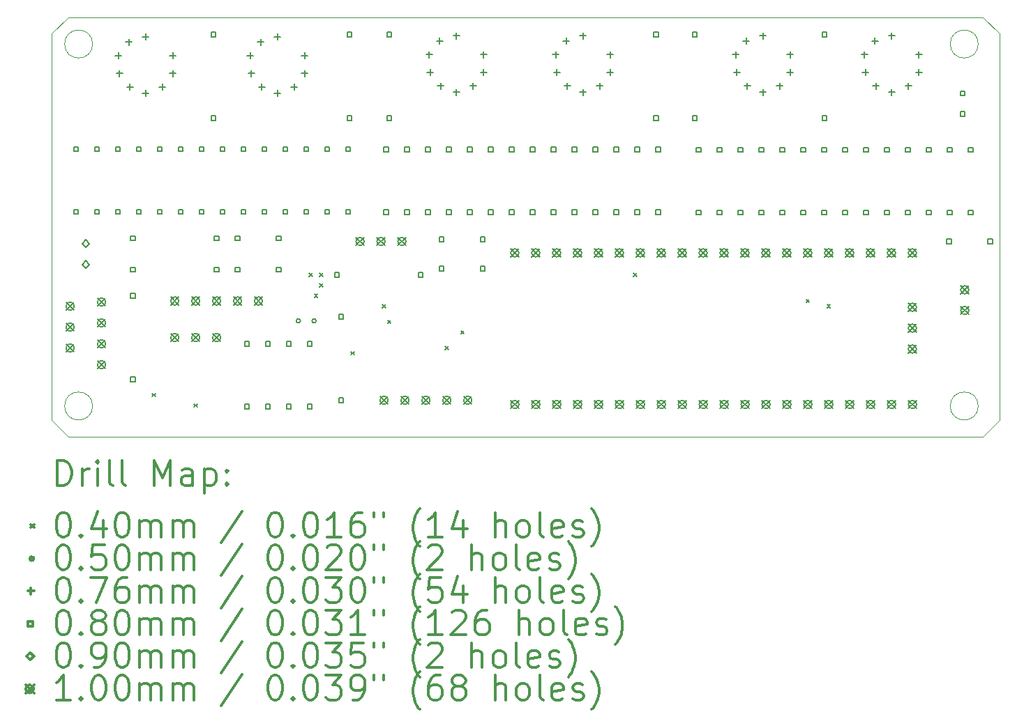
<source format=gbr>
%FSLAX45Y45*%
G04 Gerber Fmt 4.5, Leading zero omitted, Abs format (unit mm)*
G04 Created by KiCad (PCBNEW (5.1.6)-1) date 2022-10-31 22:29:48*
%MOMM*%
%LPD*%
G01*
G04 APERTURE LIST*
%TA.AperFunction,Profile*%
%ADD10C,0.050000*%
%TD*%
%ADD11C,0.200000*%
%ADD12C,0.300000*%
G04 APERTURE END LIST*
D10*
X13500000Y-2200000D02*
X13300000Y-2000000D01*
X13500000Y-6900000D02*
X13300000Y-7100000D01*
X2000000Y-6900000D02*
X2200000Y-7100000D01*
X2200000Y-2000000D02*
X2000000Y-2200000D01*
X13245000Y-6725000D02*
G75*
G03*
X13245000Y-6725000I-170000J0D01*
G01*
X2495000Y-6725000D02*
G75*
G03*
X2495000Y-6725000I-170000J0D01*
G01*
X2495000Y-2325000D02*
G75*
G03*
X2495000Y-2325000I-170000J0D01*
G01*
X13245000Y-2325000D02*
G75*
G03*
X13245000Y-2325000I-170000J0D01*
G01*
X2200000Y-7100000D02*
X13300000Y-7100000D01*
X13500000Y-2200000D02*
X13500000Y-6900000D01*
X2000000Y-2200000D02*
X2000000Y-6900000D01*
X2200000Y-2000000D02*
X13300000Y-2000000D01*
D11*
X3218500Y-6571300D02*
X3258500Y-6611300D01*
X3258500Y-6571300D02*
X3218500Y-6611300D01*
X3726500Y-6698300D02*
X3766500Y-6738300D01*
X3766500Y-6698300D02*
X3726500Y-6738300D01*
X5123500Y-5110800D02*
X5163500Y-5150800D01*
X5163500Y-5110800D02*
X5123500Y-5150800D01*
X5187000Y-5364800D02*
X5227000Y-5404800D01*
X5227000Y-5364800D02*
X5187000Y-5404800D01*
X5250500Y-5110800D02*
X5290500Y-5150800D01*
X5290500Y-5110800D02*
X5250500Y-5150800D01*
X5250500Y-5237800D02*
X5290500Y-5277800D01*
X5290500Y-5237800D02*
X5250500Y-5277800D01*
X5631500Y-6063300D02*
X5671500Y-6103300D01*
X5671500Y-6063300D02*
X5631500Y-6103300D01*
X6012500Y-5491800D02*
X6052500Y-5531800D01*
X6052500Y-5491800D02*
X6012500Y-5531800D01*
X6076000Y-5682300D02*
X6116000Y-5722300D01*
X6116000Y-5682300D02*
X6076000Y-5722300D01*
X6774500Y-5999800D02*
X6814500Y-6039800D01*
X6814500Y-5999800D02*
X6774500Y-6039800D01*
X6965000Y-5809300D02*
X7005000Y-5849300D01*
X7005000Y-5809300D02*
X6965000Y-5849300D01*
X9060500Y-5110800D02*
X9100500Y-5150800D01*
X9100500Y-5110800D02*
X9060500Y-5150800D01*
X11156000Y-5428300D02*
X11196000Y-5468300D01*
X11196000Y-5428300D02*
X11156000Y-5468300D01*
X11410000Y-5491800D02*
X11450000Y-5531800D01*
X11450000Y-5491800D02*
X11410000Y-5531800D01*
X5016600Y-5689600D02*
G75*
G03*
X5016600Y-5689600I-25000J0D01*
G01*
X5206600Y-5689600D02*
G75*
G03*
X5206600Y-5689600I-25000J0D01*
G01*
X6580800Y-2412800D02*
X6580800Y-2489000D01*
X6542700Y-2450900D02*
X6618900Y-2450900D01*
X6593500Y-2628700D02*
X6593500Y-2704900D01*
X6555400Y-2666800D02*
X6631600Y-2666800D01*
X6707800Y-2247700D02*
X6707800Y-2323900D01*
X6669700Y-2285800D02*
X6745900Y-2285800D01*
X6720500Y-2793800D02*
X6720500Y-2870000D01*
X6682400Y-2831900D02*
X6758600Y-2831900D01*
X6911000Y-2184200D02*
X6911000Y-2260400D01*
X6872900Y-2222300D02*
X6949100Y-2222300D01*
X6911000Y-2870000D02*
X6911000Y-2946200D01*
X6872900Y-2908100D02*
X6949100Y-2908100D01*
X7114200Y-2793800D02*
X7114200Y-2870000D01*
X7076100Y-2831900D02*
X7152300Y-2831900D01*
X7241200Y-2412800D02*
X7241200Y-2489000D01*
X7203100Y-2450900D02*
X7279300Y-2450900D01*
X7241200Y-2628700D02*
X7241200Y-2704900D01*
X7203100Y-2666800D02*
X7279300Y-2666800D01*
X10299600Y-2413000D02*
X10299600Y-2489200D01*
X10261500Y-2451100D02*
X10337700Y-2451100D01*
X10312300Y-2628900D02*
X10312300Y-2705100D01*
X10274200Y-2667000D02*
X10350400Y-2667000D01*
X10426600Y-2247900D02*
X10426600Y-2324100D01*
X10388500Y-2286000D02*
X10464700Y-2286000D01*
X10439300Y-2794000D02*
X10439300Y-2870200D01*
X10401200Y-2832100D02*
X10477400Y-2832100D01*
X10629800Y-2184400D02*
X10629800Y-2260600D01*
X10591700Y-2222500D02*
X10667900Y-2222500D01*
X10629800Y-2870200D02*
X10629800Y-2946400D01*
X10591700Y-2908300D02*
X10667900Y-2908300D01*
X10833000Y-2794000D02*
X10833000Y-2870200D01*
X10794900Y-2832100D02*
X10871100Y-2832100D01*
X10960000Y-2413000D02*
X10960000Y-2489200D01*
X10921900Y-2451100D02*
X10998100Y-2451100D01*
X10960000Y-2628900D02*
X10960000Y-2705100D01*
X10921900Y-2667000D02*
X10998100Y-2667000D01*
X8115300Y-2413000D02*
X8115300Y-2489200D01*
X8077200Y-2451100D02*
X8153400Y-2451100D01*
X8128000Y-2628900D02*
X8128000Y-2705100D01*
X8089900Y-2667000D02*
X8166100Y-2667000D01*
X8242300Y-2247900D02*
X8242300Y-2324100D01*
X8204200Y-2286000D02*
X8280400Y-2286000D01*
X8255000Y-2794000D02*
X8255000Y-2870200D01*
X8216900Y-2832100D02*
X8293100Y-2832100D01*
X8445500Y-2184400D02*
X8445500Y-2260600D01*
X8407400Y-2222500D02*
X8483600Y-2222500D01*
X8445500Y-2870200D02*
X8445500Y-2946400D01*
X8407400Y-2908300D02*
X8483600Y-2908300D01*
X8648700Y-2794000D02*
X8648700Y-2870200D01*
X8610600Y-2832100D02*
X8686800Y-2832100D01*
X8775700Y-2413000D02*
X8775700Y-2489200D01*
X8737600Y-2451100D02*
X8813800Y-2451100D01*
X8775700Y-2628900D02*
X8775700Y-2705100D01*
X8737600Y-2667000D02*
X8813800Y-2667000D01*
X2806700Y-2425700D02*
X2806700Y-2501900D01*
X2768600Y-2463800D02*
X2844800Y-2463800D01*
X2819400Y-2641600D02*
X2819400Y-2717800D01*
X2781300Y-2679700D02*
X2857500Y-2679700D01*
X2933700Y-2260600D02*
X2933700Y-2336800D01*
X2895600Y-2298700D02*
X2971800Y-2298700D01*
X2946400Y-2806700D02*
X2946400Y-2882900D01*
X2908300Y-2844800D02*
X2984500Y-2844800D01*
X3136900Y-2197100D02*
X3136900Y-2273300D01*
X3098800Y-2235200D02*
X3175000Y-2235200D01*
X3136900Y-2882900D02*
X3136900Y-2959100D01*
X3098800Y-2921000D02*
X3175000Y-2921000D01*
X3340100Y-2806700D02*
X3340100Y-2882900D01*
X3302000Y-2844800D02*
X3378200Y-2844800D01*
X3467100Y-2425700D02*
X3467100Y-2501900D01*
X3429000Y-2463800D02*
X3505200Y-2463800D01*
X3467100Y-2641600D02*
X3467100Y-2717800D01*
X3429000Y-2679700D02*
X3505200Y-2679700D01*
X11861800Y-2413000D02*
X11861800Y-2489200D01*
X11823700Y-2451100D02*
X11899900Y-2451100D01*
X11874500Y-2628900D02*
X11874500Y-2705100D01*
X11836400Y-2667000D02*
X11912600Y-2667000D01*
X11988800Y-2247900D02*
X11988800Y-2324100D01*
X11950700Y-2286000D02*
X12026900Y-2286000D01*
X12001500Y-2794000D02*
X12001500Y-2870200D01*
X11963400Y-2832100D02*
X12039600Y-2832100D01*
X12192000Y-2184400D02*
X12192000Y-2260600D01*
X12153900Y-2222500D02*
X12230100Y-2222500D01*
X12192000Y-2870200D02*
X12192000Y-2946400D01*
X12153900Y-2908300D02*
X12230100Y-2908300D01*
X12395200Y-2794000D02*
X12395200Y-2870200D01*
X12357100Y-2832100D02*
X12433300Y-2832100D01*
X12522200Y-2413000D02*
X12522200Y-2489200D01*
X12484100Y-2451100D02*
X12560300Y-2451100D01*
X12522200Y-2628900D02*
X12522200Y-2705100D01*
X12484100Y-2667000D02*
X12560300Y-2667000D01*
X4406900Y-2425700D02*
X4406900Y-2501900D01*
X4368800Y-2463800D02*
X4445000Y-2463800D01*
X4419600Y-2641600D02*
X4419600Y-2717800D01*
X4381500Y-2679700D02*
X4457700Y-2679700D01*
X4533900Y-2260600D02*
X4533900Y-2336800D01*
X4495800Y-2298700D02*
X4572000Y-2298700D01*
X4546600Y-2806700D02*
X4546600Y-2882900D01*
X4508500Y-2844800D02*
X4584700Y-2844800D01*
X4737100Y-2197100D02*
X4737100Y-2273300D01*
X4699000Y-2235200D02*
X4775200Y-2235200D01*
X4737100Y-2882900D02*
X4737100Y-2959100D01*
X4699000Y-2921000D02*
X4775200Y-2921000D01*
X4940300Y-2806700D02*
X4940300Y-2882900D01*
X4902200Y-2844800D02*
X4978400Y-2844800D01*
X5067300Y-2425700D02*
X5067300Y-2501900D01*
X5029200Y-2463800D02*
X5105400Y-2463800D01*
X5067300Y-2641600D02*
X5067300Y-2717800D01*
X5029200Y-2679700D02*
X5105400Y-2679700D01*
X6759284Y-5082885D02*
X6759284Y-5026316D01*
X6702715Y-5026316D01*
X6702715Y-5082885D01*
X6759284Y-5082885D01*
X7259284Y-5082885D02*
X7259284Y-5026316D01*
X7202715Y-5026316D01*
X7202715Y-5082885D01*
X7259284Y-5082885D01*
X13083884Y-2953284D02*
X13083884Y-2896715D01*
X13027315Y-2896715D01*
X13027315Y-2953284D01*
X13083884Y-2953284D01*
X13083884Y-3203284D02*
X13083884Y-3146715D01*
X13027315Y-3146715D01*
X13027315Y-3203284D01*
X13083884Y-3203284D01*
X9362785Y-2238085D02*
X9362785Y-2181516D01*
X9306216Y-2181516D01*
X9306216Y-2238085D01*
X9362785Y-2238085D01*
X9362785Y-3254084D02*
X9362785Y-3197515D01*
X9306216Y-3197515D01*
X9306216Y-3254084D01*
X9362785Y-3254084D01*
X6759284Y-4727285D02*
X6759284Y-4670716D01*
X6702715Y-4670716D01*
X6702715Y-4727285D01*
X6759284Y-4727285D01*
X7259284Y-4727285D02*
X7259284Y-4670716D01*
X7202715Y-4670716D01*
X7202715Y-4727285D01*
X7259284Y-4727285D01*
X9832685Y-2238085D02*
X9832685Y-2181516D01*
X9776116Y-2181516D01*
X9776116Y-2238085D01*
X9832685Y-2238085D01*
X9832685Y-3254084D02*
X9832685Y-3197515D01*
X9776116Y-3197515D01*
X9776116Y-3254084D01*
X9832685Y-3254084D01*
X5540085Y-5667084D02*
X5540085Y-5610515D01*
X5483516Y-5610515D01*
X5483516Y-5667084D01*
X5540085Y-5667084D01*
X5540085Y-6683084D02*
X5540085Y-6626515D01*
X5483516Y-6626515D01*
X5483516Y-6683084D01*
X5540085Y-6683084D01*
X3012784Y-4714585D02*
X3012784Y-4658016D01*
X2956215Y-4658016D01*
X2956215Y-4714585D01*
X3012784Y-4714585D01*
X4028784Y-4714585D02*
X4028784Y-4658016D01*
X3972215Y-4658016D01*
X3972215Y-4714585D01*
X4028784Y-4714585D01*
X12918784Y-4752685D02*
X12918784Y-4696116D01*
X12862215Y-4696116D01*
X12862215Y-4752685D01*
X12918784Y-4752685D01*
X13418784Y-4752685D02*
X13418784Y-4696116D01*
X13362215Y-4696116D01*
X13362215Y-4752685D01*
X13418784Y-4752685D01*
X6087284Y-3635484D02*
X6087284Y-3578915D01*
X6030715Y-3578915D01*
X6030715Y-3635484D01*
X6087284Y-3635484D01*
X6087284Y-4397485D02*
X6087284Y-4340916D01*
X6030715Y-4340916D01*
X6030715Y-4397485D01*
X6087284Y-4397485D01*
X6341284Y-3635484D02*
X6341284Y-3578915D01*
X6284715Y-3578915D01*
X6284715Y-3635484D01*
X6341284Y-3635484D01*
X6341284Y-4397485D02*
X6341284Y-4340916D01*
X6284715Y-4340916D01*
X6284715Y-4397485D01*
X6341284Y-4397485D01*
X6595284Y-3635484D02*
X6595284Y-3578915D01*
X6538715Y-3578915D01*
X6538715Y-3635484D01*
X6595284Y-3635484D01*
X6595284Y-4397485D02*
X6595284Y-4340916D01*
X6538715Y-4340916D01*
X6538715Y-4397485D01*
X6595284Y-4397485D01*
X6849284Y-3635484D02*
X6849284Y-3578915D01*
X6792715Y-3578915D01*
X6792715Y-3635484D01*
X6849284Y-3635484D01*
X6849284Y-4397485D02*
X6849284Y-4340916D01*
X6792715Y-4340916D01*
X6792715Y-4397485D01*
X6849284Y-4397485D01*
X7103284Y-3635484D02*
X7103284Y-3578915D01*
X7046715Y-3578915D01*
X7046715Y-3635484D01*
X7103284Y-3635484D01*
X7103284Y-4397485D02*
X7103284Y-4340916D01*
X7046715Y-4340916D01*
X7046715Y-4397485D01*
X7103284Y-4397485D01*
X7357284Y-3635484D02*
X7357284Y-3578915D01*
X7300715Y-3578915D01*
X7300715Y-3635484D01*
X7357284Y-3635484D01*
X7357284Y-4397485D02*
X7357284Y-4340916D01*
X7300715Y-4340916D01*
X7300715Y-4397485D01*
X7357284Y-4397485D01*
X7611284Y-3635484D02*
X7611284Y-3578915D01*
X7554715Y-3578915D01*
X7554715Y-3635484D01*
X7611284Y-3635484D01*
X7611284Y-4397485D02*
X7611284Y-4340916D01*
X7554715Y-4340916D01*
X7554715Y-4397485D01*
X7611284Y-4397485D01*
X7865284Y-3635484D02*
X7865284Y-3578915D01*
X7808715Y-3578915D01*
X7808715Y-3635484D01*
X7865284Y-3635484D01*
X7865284Y-4397485D02*
X7865284Y-4340916D01*
X7808715Y-4340916D01*
X7808715Y-4397485D01*
X7865284Y-4397485D01*
X8119284Y-3635484D02*
X8119284Y-3578915D01*
X8062715Y-3578915D01*
X8062715Y-3635484D01*
X8119284Y-3635484D01*
X8119284Y-4397485D02*
X8119284Y-4340916D01*
X8062715Y-4340916D01*
X8062715Y-4397485D01*
X8119284Y-4397485D01*
X8373284Y-3635484D02*
X8373284Y-3578915D01*
X8316715Y-3578915D01*
X8316715Y-3635484D01*
X8373284Y-3635484D01*
X8373284Y-4397485D02*
X8373284Y-4340916D01*
X8316715Y-4340916D01*
X8316715Y-4397485D01*
X8373284Y-4397485D01*
X8627285Y-3635484D02*
X8627285Y-3578915D01*
X8570716Y-3578915D01*
X8570716Y-3635484D01*
X8627285Y-3635484D01*
X8627285Y-4397485D02*
X8627285Y-4340916D01*
X8570716Y-4340916D01*
X8570716Y-4397485D01*
X8627285Y-4397485D01*
X8881285Y-3635484D02*
X8881285Y-3578915D01*
X8824716Y-3578915D01*
X8824716Y-3635484D01*
X8881285Y-3635484D01*
X8881285Y-4397485D02*
X8881285Y-4340916D01*
X8824716Y-4340916D01*
X8824716Y-4397485D01*
X8881285Y-4397485D01*
X9135285Y-3635484D02*
X9135285Y-3578915D01*
X9078716Y-3578915D01*
X9078716Y-3635484D01*
X9135285Y-3635484D01*
X9135285Y-4397485D02*
X9135285Y-4340916D01*
X9078716Y-4340916D01*
X9078716Y-4397485D01*
X9135285Y-4397485D01*
X9389285Y-3635484D02*
X9389285Y-3578915D01*
X9332716Y-3578915D01*
X9332716Y-3635484D01*
X9389285Y-3635484D01*
X9389285Y-4397485D02*
X9389285Y-4340916D01*
X9332716Y-4340916D01*
X9332716Y-4397485D01*
X9389285Y-4397485D01*
X3012784Y-5095585D02*
X3012784Y-5039016D01*
X2956215Y-5039016D01*
X2956215Y-5095585D01*
X3012784Y-5095585D01*
X4028784Y-5095585D02*
X4028784Y-5039016D01*
X3972215Y-5039016D01*
X3972215Y-5095585D01*
X4028784Y-5095585D01*
X3990684Y-2238085D02*
X3990684Y-2181516D01*
X3934115Y-2181516D01*
X3934115Y-2238085D01*
X3990684Y-2238085D01*
X3990684Y-3254084D02*
X3990684Y-3197515D01*
X3934115Y-3197515D01*
X3934115Y-3254084D01*
X3990684Y-3254084D01*
X4282785Y-4714585D02*
X4282785Y-4658016D01*
X4226216Y-4658016D01*
X4226216Y-4714585D01*
X4282785Y-4714585D01*
X4782785Y-4714585D02*
X4782785Y-4658016D01*
X4726216Y-4658016D01*
X4726216Y-4714585D01*
X4782785Y-4714585D01*
X2322885Y-3629484D02*
X2322885Y-3572915D01*
X2266316Y-3572915D01*
X2266316Y-3629484D01*
X2322885Y-3629484D01*
X2322885Y-4391485D02*
X2322885Y-4334916D01*
X2266316Y-4334916D01*
X2266316Y-4391485D01*
X2322885Y-4391485D01*
X2576885Y-3629484D02*
X2576885Y-3572915D01*
X2520316Y-3572915D01*
X2520316Y-3629484D01*
X2576885Y-3629484D01*
X2576885Y-4391485D02*
X2576885Y-4334916D01*
X2520316Y-4334916D01*
X2520316Y-4391485D01*
X2576885Y-4391485D01*
X2830884Y-3629484D02*
X2830884Y-3572915D01*
X2774316Y-3572915D01*
X2774316Y-3629484D01*
X2830884Y-3629484D01*
X2830884Y-4391485D02*
X2830884Y-4334916D01*
X2774316Y-4334916D01*
X2774316Y-4391485D01*
X2830884Y-4391485D01*
X3084884Y-3629484D02*
X3084884Y-3572915D01*
X3028315Y-3572915D01*
X3028315Y-3629484D01*
X3084884Y-3629484D01*
X3084884Y-4391485D02*
X3084884Y-4334916D01*
X3028315Y-4334916D01*
X3028315Y-4391485D01*
X3084884Y-4391485D01*
X3338884Y-3629484D02*
X3338884Y-3572915D01*
X3282315Y-3572915D01*
X3282315Y-3629484D01*
X3338884Y-3629484D01*
X3338884Y-4391485D02*
X3338884Y-4334916D01*
X3282315Y-4334916D01*
X3282315Y-4391485D01*
X3338884Y-4391485D01*
X3592884Y-3629484D02*
X3592884Y-3572915D01*
X3536315Y-3572915D01*
X3536315Y-3629484D01*
X3592884Y-3629484D01*
X3592884Y-4391485D02*
X3592884Y-4334916D01*
X3536315Y-4334916D01*
X3536315Y-4391485D01*
X3592884Y-4391485D01*
X3846884Y-3629484D02*
X3846884Y-3572915D01*
X3790315Y-3572915D01*
X3790315Y-3629484D01*
X3846884Y-3629484D01*
X3846884Y-4391485D02*
X3846884Y-4334916D01*
X3790315Y-4334916D01*
X3790315Y-4391485D01*
X3846884Y-4391485D01*
X4100884Y-3629484D02*
X4100884Y-3572915D01*
X4044315Y-3572915D01*
X4044315Y-3629484D01*
X4100884Y-3629484D01*
X4100884Y-4391485D02*
X4100884Y-4334916D01*
X4044315Y-4334916D01*
X4044315Y-4391485D01*
X4100884Y-4391485D01*
X4354885Y-3629484D02*
X4354885Y-3572915D01*
X4298316Y-3572915D01*
X4298316Y-3629484D01*
X4354885Y-3629484D01*
X4354885Y-4391485D02*
X4354885Y-4334916D01*
X4298316Y-4334916D01*
X4298316Y-4391485D01*
X4354885Y-4391485D01*
X4608885Y-3629484D02*
X4608885Y-3572915D01*
X4552316Y-3572915D01*
X4552316Y-3629484D01*
X4608885Y-3629484D01*
X4608885Y-4391485D02*
X4608885Y-4334916D01*
X4552316Y-4334916D01*
X4552316Y-4391485D01*
X4608885Y-4391485D01*
X4862885Y-3629484D02*
X4862885Y-3572915D01*
X4806316Y-3572915D01*
X4806316Y-3629484D01*
X4862885Y-3629484D01*
X4862885Y-4391485D02*
X4862885Y-4334916D01*
X4806316Y-4334916D01*
X4806316Y-4391485D01*
X4862885Y-4391485D01*
X5116885Y-3629484D02*
X5116885Y-3572915D01*
X5060316Y-3572915D01*
X5060316Y-3629484D01*
X5116885Y-3629484D01*
X5116885Y-4391485D02*
X5116885Y-4334916D01*
X5060316Y-4334916D01*
X5060316Y-4391485D01*
X5116885Y-4391485D01*
X5370885Y-3629484D02*
X5370885Y-3572915D01*
X5314316Y-3572915D01*
X5314316Y-3629484D01*
X5370885Y-3629484D01*
X5370885Y-4391485D02*
X5370885Y-4334916D01*
X5314316Y-4334916D01*
X5314316Y-4391485D01*
X5370885Y-4391485D01*
X5624884Y-3629484D02*
X5624884Y-3572915D01*
X5568316Y-3572915D01*
X5568316Y-3629484D01*
X5624884Y-3629484D01*
X5624884Y-4391485D02*
X5624884Y-4334916D01*
X5568316Y-4334916D01*
X5568316Y-4391485D01*
X5624884Y-4391485D01*
X4397085Y-5997284D02*
X4397085Y-5940715D01*
X4340516Y-5940715D01*
X4340516Y-5997284D01*
X4397085Y-5997284D01*
X4397085Y-6759284D02*
X4397085Y-6702715D01*
X4340516Y-6702715D01*
X4340516Y-6759284D01*
X4397085Y-6759284D01*
X4651085Y-5997284D02*
X4651085Y-5940715D01*
X4594516Y-5940715D01*
X4594516Y-5997284D01*
X4651085Y-5997284D01*
X4651085Y-6759284D02*
X4651085Y-6702715D01*
X4594516Y-6702715D01*
X4594516Y-6759284D01*
X4651085Y-6759284D01*
X4905085Y-5997284D02*
X4905085Y-5940715D01*
X4848516Y-5940715D01*
X4848516Y-5997284D01*
X4905085Y-5997284D01*
X4905085Y-6759284D02*
X4905085Y-6702715D01*
X4848516Y-6702715D01*
X4848516Y-6759284D01*
X4905085Y-6759284D01*
X5159085Y-5997284D02*
X5159085Y-5940715D01*
X5102516Y-5940715D01*
X5102516Y-5997284D01*
X5159085Y-5997284D01*
X5159085Y-6759284D02*
X5159085Y-6702715D01*
X5102516Y-6702715D01*
X5102516Y-6759284D01*
X5159085Y-6759284D01*
X9879885Y-3638884D02*
X9879885Y-3582315D01*
X9823316Y-3582315D01*
X9823316Y-3638884D01*
X9879885Y-3638884D01*
X9879885Y-4400885D02*
X9879885Y-4344316D01*
X9823316Y-4344316D01*
X9823316Y-4400885D01*
X9879885Y-4400885D01*
X10133885Y-3638884D02*
X10133885Y-3582315D01*
X10077316Y-3582315D01*
X10077316Y-3638884D01*
X10133885Y-3638884D01*
X10133885Y-4400885D02*
X10133885Y-4344316D01*
X10077316Y-4344316D01*
X10077316Y-4400885D01*
X10133885Y-4400885D01*
X10387885Y-3638884D02*
X10387885Y-3582315D01*
X10331316Y-3582315D01*
X10331316Y-3638884D01*
X10387885Y-3638884D01*
X10387885Y-4400885D02*
X10387885Y-4344316D01*
X10331316Y-4344316D01*
X10331316Y-4400885D01*
X10387885Y-4400885D01*
X10641885Y-3638884D02*
X10641885Y-3582315D01*
X10585316Y-3582315D01*
X10585316Y-3638884D01*
X10641885Y-3638884D01*
X10641885Y-4400885D02*
X10641885Y-4344316D01*
X10585316Y-4344316D01*
X10585316Y-4400885D01*
X10641885Y-4400885D01*
X10895885Y-3638884D02*
X10895885Y-3582315D01*
X10839316Y-3582315D01*
X10839316Y-3638884D01*
X10895885Y-3638884D01*
X10895885Y-4400885D02*
X10895885Y-4344316D01*
X10839316Y-4344316D01*
X10839316Y-4400885D01*
X10895885Y-4400885D01*
X11149885Y-3638884D02*
X11149885Y-3582315D01*
X11093316Y-3582315D01*
X11093316Y-3638884D01*
X11149885Y-3638884D01*
X11149885Y-4400885D02*
X11149885Y-4344316D01*
X11093316Y-4344316D01*
X11093316Y-4400885D01*
X11149885Y-4400885D01*
X11403884Y-3638884D02*
X11403884Y-3582315D01*
X11347315Y-3582315D01*
X11347315Y-3638884D01*
X11403884Y-3638884D01*
X11403884Y-4400885D02*
X11403884Y-4344316D01*
X11347315Y-4344316D01*
X11347315Y-4400885D01*
X11403884Y-4400885D01*
X11657884Y-3638884D02*
X11657884Y-3582315D01*
X11601315Y-3582315D01*
X11601315Y-3638884D01*
X11657884Y-3638884D01*
X11657884Y-4400885D02*
X11657884Y-4344316D01*
X11601315Y-4344316D01*
X11601315Y-4400885D01*
X11657884Y-4400885D01*
X11911884Y-3638884D02*
X11911884Y-3582315D01*
X11855315Y-3582315D01*
X11855315Y-3638884D01*
X11911884Y-3638884D01*
X11911884Y-4400885D02*
X11911884Y-4344316D01*
X11855315Y-4344316D01*
X11855315Y-4400885D01*
X11911884Y-4400885D01*
X12165884Y-3638884D02*
X12165884Y-3582315D01*
X12109315Y-3582315D01*
X12109315Y-3638884D01*
X12165884Y-3638884D01*
X12165884Y-4400885D02*
X12165884Y-4344316D01*
X12109315Y-4344316D01*
X12109315Y-4400885D01*
X12165884Y-4400885D01*
X12419884Y-3638884D02*
X12419884Y-3582315D01*
X12363315Y-3582315D01*
X12363315Y-3638884D01*
X12419884Y-3638884D01*
X12419884Y-4400885D02*
X12419884Y-4344316D01*
X12363315Y-4344316D01*
X12363315Y-4400885D01*
X12419884Y-4400885D01*
X12673884Y-3638884D02*
X12673884Y-3582315D01*
X12617315Y-3582315D01*
X12617315Y-3638884D01*
X12673884Y-3638884D01*
X12673884Y-4400885D02*
X12673884Y-4344316D01*
X12617315Y-4344316D01*
X12617315Y-4400885D01*
X12673884Y-4400885D01*
X12927884Y-3638884D02*
X12927884Y-3582315D01*
X12871315Y-3582315D01*
X12871315Y-3638884D01*
X12927884Y-3638884D01*
X12927884Y-4400885D02*
X12927884Y-4344316D01*
X12871315Y-4344316D01*
X12871315Y-4400885D01*
X12927884Y-4400885D01*
X13181884Y-3638884D02*
X13181884Y-3582315D01*
X13125315Y-3582315D01*
X13125315Y-3638884D01*
X13181884Y-3638884D01*
X13181884Y-4400885D02*
X13181884Y-4344316D01*
X13125315Y-4344316D01*
X13125315Y-4400885D01*
X13181884Y-4400885D01*
X5489285Y-5159085D02*
X5489285Y-5102516D01*
X5432716Y-5102516D01*
X5432716Y-5159085D01*
X5489285Y-5159085D01*
X6505284Y-5159085D02*
X6505284Y-5102516D01*
X6448715Y-5102516D01*
X6448715Y-5159085D01*
X6505284Y-5159085D01*
X4282785Y-5095585D02*
X4282785Y-5039016D01*
X4226216Y-5039016D01*
X4226216Y-5095585D01*
X4282785Y-5095585D01*
X4782785Y-5095585D02*
X4782785Y-5039016D01*
X4726216Y-5039016D01*
X4726216Y-5095585D01*
X4782785Y-5095585D01*
X5641684Y-2238085D02*
X5641684Y-2181516D01*
X5585116Y-2181516D01*
X5585116Y-2238085D01*
X5641684Y-2238085D01*
X5641684Y-3254084D02*
X5641684Y-3197515D01*
X5585116Y-3197515D01*
X5585116Y-3254084D01*
X5641684Y-3254084D01*
X11407484Y-2238085D02*
X11407484Y-2181516D01*
X11350915Y-2181516D01*
X11350915Y-2238085D01*
X11407484Y-2238085D01*
X11407484Y-3254084D02*
X11407484Y-3197515D01*
X11350915Y-3197515D01*
X11350915Y-3254084D01*
X11407484Y-3254084D01*
X3012784Y-5413085D02*
X3012784Y-5356516D01*
X2956215Y-5356516D01*
X2956215Y-5413085D01*
X3012784Y-5413085D01*
X3012784Y-6429084D02*
X3012784Y-6372515D01*
X2956215Y-6372515D01*
X2956215Y-6429084D01*
X3012784Y-6429084D01*
X6124284Y-2238085D02*
X6124284Y-2181516D01*
X6067715Y-2181516D01*
X6067715Y-2238085D01*
X6124284Y-2238085D01*
X6124284Y-3254084D02*
X6124284Y-3197515D01*
X6067715Y-3197515D01*
X6067715Y-3254084D01*
X6124284Y-3254084D01*
X2413000Y-4794800D02*
X2458000Y-4749800D01*
X2413000Y-4704800D01*
X2368000Y-4749800D01*
X2413000Y-4794800D01*
X2413000Y-5048800D02*
X2458000Y-5003800D01*
X2413000Y-4958800D01*
X2368000Y-5003800D01*
X2413000Y-5048800D01*
X2553500Y-5411000D02*
X2653500Y-5511000D01*
X2653500Y-5411000D02*
X2553500Y-5511000D01*
X2653500Y-5461000D02*
G75*
G03*
X2653500Y-5461000I-50000J0D01*
G01*
X2553500Y-5665000D02*
X2653500Y-5765000D01*
X2653500Y-5665000D02*
X2553500Y-5765000D01*
X2653500Y-5715000D02*
G75*
G03*
X2653500Y-5715000I-50000J0D01*
G01*
X2553500Y-5919000D02*
X2653500Y-6019000D01*
X2653500Y-5919000D02*
X2553500Y-6019000D01*
X2653500Y-5969000D02*
G75*
G03*
X2653500Y-5969000I-50000J0D01*
G01*
X2553500Y-6173000D02*
X2653500Y-6273000D01*
X2653500Y-6173000D02*
X2553500Y-6273000D01*
X2653500Y-6223000D02*
G75*
G03*
X2653500Y-6223000I-50000J0D01*
G01*
X13031000Y-5262600D02*
X13131000Y-5362600D01*
X13131000Y-5262600D02*
X13031000Y-5362600D01*
X13131000Y-5312600D02*
G75*
G03*
X13131000Y-5312600I-50000J0D01*
G01*
X13031000Y-5512600D02*
X13131000Y-5612600D01*
X13131000Y-5512600D02*
X13031000Y-5612600D01*
X13131000Y-5562600D02*
G75*
G03*
X13131000Y-5562600I-50000J0D01*
G01*
X5690400Y-4674400D02*
X5790400Y-4774400D01*
X5790400Y-4674400D02*
X5690400Y-4774400D01*
X5790400Y-4724400D02*
G75*
G03*
X5790400Y-4724400I-50000J0D01*
G01*
X5944400Y-4674400D02*
X6044400Y-4774400D01*
X6044400Y-4674400D02*
X5944400Y-4774400D01*
X6044400Y-4724400D02*
G75*
G03*
X6044400Y-4724400I-50000J0D01*
G01*
X6198400Y-4674400D02*
X6298400Y-4774400D01*
X6298400Y-4674400D02*
X6198400Y-4774400D01*
X6298400Y-4724400D02*
G75*
G03*
X6298400Y-4724400I-50000J0D01*
G01*
X3442500Y-5842800D02*
X3542500Y-5942800D01*
X3542500Y-5842800D02*
X3442500Y-5942800D01*
X3542500Y-5892800D02*
G75*
G03*
X3542500Y-5892800I-50000J0D01*
G01*
X3696500Y-5842800D02*
X3796500Y-5942800D01*
X3796500Y-5842800D02*
X3696500Y-5942800D01*
X3796500Y-5892800D02*
G75*
G03*
X3796500Y-5892800I-50000J0D01*
G01*
X3950500Y-5842800D02*
X4050500Y-5942800D01*
X4050500Y-5842800D02*
X3950500Y-5942800D01*
X4050500Y-5892800D02*
G75*
G03*
X4050500Y-5892800I-50000J0D01*
G01*
X2172500Y-5461800D02*
X2272500Y-5561800D01*
X2272500Y-5461800D02*
X2172500Y-5561800D01*
X2272500Y-5511800D02*
G75*
G03*
X2272500Y-5511800I-50000J0D01*
G01*
X2172500Y-5715800D02*
X2272500Y-5815800D01*
X2272500Y-5715800D02*
X2172500Y-5815800D01*
X2272500Y-5765800D02*
G75*
G03*
X2272500Y-5765800I-50000J0D01*
G01*
X2172500Y-5969800D02*
X2272500Y-6069800D01*
X2272500Y-5969800D02*
X2172500Y-6069800D01*
X2272500Y-6019800D02*
G75*
G03*
X2272500Y-6019800I-50000J0D01*
G01*
X7570000Y-4814100D02*
X7670000Y-4914100D01*
X7670000Y-4814100D02*
X7570000Y-4914100D01*
X7670000Y-4864100D02*
G75*
G03*
X7670000Y-4864100I-50000J0D01*
G01*
X7570000Y-6655600D02*
X7670000Y-6755600D01*
X7670000Y-6655600D02*
X7570000Y-6755600D01*
X7670000Y-6705600D02*
G75*
G03*
X7670000Y-6705600I-50000J0D01*
G01*
X7824000Y-4814100D02*
X7924000Y-4914100D01*
X7924000Y-4814100D02*
X7824000Y-4914100D01*
X7924000Y-4864100D02*
G75*
G03*
X7924000Y-4864100I-50000J0D01*
G01*
X7824000Y-6655600D02*
X7924000Y-6755600D01*
X7924000Y-6655600D02*
X7824000Y-6755600D01*
X7924000Y-6705600D02*
G75*
G03*
X7924000Y-6705600I-50000J0D01*
G01*
X8078000Y-4814100D02*
X8178000Y-4914100D01*
X8178000Y-4814100D02*
X8078000Y-4914100D01*
X8178000Y-4864100D02*
G75*
G03*
X8178000Y-4864100I-50000J0D01*
G01*
X8078000Y-6655600D02*
X8178000Y-6755600D01*
X8178000Y-6655600D02*
X8078000Y-6755600D01*
X8178000Y-6705600D02*
G75*
G03*
X8178000Y-6705600I-50000J0D01*
G01*
X8332000Y-4814100D02*
X8432000Y-4914100D01*
X8432000Y-4814100D02*
X8332000Y-4914100D01*
X8432000Y-4864100D02*
G75*
G03*
X8432000Y-4864100I-50000J0D01*
G01*
X8332000Y-6655600D02*
X8432000Y-6755600D01*
X8432000Y-6655600D02*
X8332000Y-6755600D01*
X8432000Y-6705600D02*
G75*
G03*
X8432000Y-6705600I-50000J0D01*
G01*
X8586000Y-4814100D02*
X8686000Y-4914100D01*
X8686000Y-4814100D02*
X8586000Y-4914100D01*
X8686000Y-4864100D02*
G75*
G03*
X8686000Y-4864100I-50000J0D01*
G01*
X8586000Y-6655600D02*
X8686000Y-6755600D01*
X8686000Y-6655600D02*
X8586000Y-6755600D01*
X8686000Y-6705600D02*
G75*
G03*
X8686000Y-6705600I-50000J0D01*
G01*
X8840000Y-4814100D02*
X8940000Y-4914100D01*
X8940000Y-4814100D02*
X8840000Y-4914100D01*
X8940000Y-4864100D02*
G75*
G03*
X8940000Y-4864100I-50000J0D01*
G01*
X8840000Y-6655600D02*
X8940000Y-6755600D01*
X8940000Y-6655600D02*
X8840000Y-6755600D01*
X8940000Y-6705600D02*
G75*
G03*
X8940000Y-6705600I-50000J0D01*
G01*
X9094000Y-4814100D02*
X9194000Y-4914100D01*
X9194000Y-4814100D02*
X9094000Y-4914100D01*
X9194000Y-4864100D02*
G75*
G03*
X9194000Y-4864100I-50000J0D01*
G01*
X9094000Y-6655600D02*
X9194000Y-6755600D01*
X9194000Y-6655600D02*
X9094000Y-6755600D01*
X9194000Y-6705600D02*
G75*
G03*
X9194000Y-6705600I-50000J0D01*
G01*
X9348000Y-4814100D02*
X9448000Y-4914100D01*
X9448000Y-4814100D02*
X9348000Y-4914100D01*
X9448000Y-4864100D02*
G75*
G03*
X9448000Y-4864100I-50000J0D01*
G01*
X9348000Y-6655600D02*
X9448000Y-6755600D01*
X9448000Y-6655600D02*
X9348000Y-6755600D01*
X9448000Y-6705600D02*
G75*
G03*
X9448000Y-6705600I-50000J0D01*
G01*
X9602000Y-4814100D02*
X9702000Y-4914100D01*
X9702000Y-4814100D02*
X9602000Y-4914100D01*
X9702000Y-4864100D02*
G75*
G03*
X9702000Y-4864100I-50000J0D01*
G01*
X9602000Y-6655600D02*
X9702000Y-6755600D01*
X9702000Y-6655600D02*
X9602000Y-6755600D01*
X9702000Y-6705600D02*
G75*
G03*
X9702000Y-6705600I-50000J0D01*
G01*
X9856000Y-4814100D02*
X9956000Y-4914100D01*
X9956000Y-4814100D02*
X9856000Y-4914100D01*
X9956000Y-4864100D02*
G75*
G03*
X9956000Y-4864100I-50000J0D01*
G01*
X9856000Y-6655600D02*
X9956000Y-6755600D01*
X9956000Y-6655600D02*
X9856000Y-6755600D01*
X9956000Y-6705600D02*
G75*
G03*
X9956000Y-6705600I-50000J0D01*
G01*
X10110000Y-4814100D02*
X10210000Y-4914100D01*
X10210000Y-4814100D02*
X10110000Y-4914100D01*
X10210000Y-4864100D02*
G75*
G03*
X10210000Y-4864100I-50000J0D01*
G01*
X10110000Y-6655600D02*
X10210000Y-6755600D01*
X10210000Y-6655600D02*
X10110000Y-6755600D01*
X10210000Y-6705600D02*
G75*
G03*
X10210000Y-6705600I-50000J0D01*
G01*
X10364000Y-4814100D02*
X10464000Y-4914100D01*
X10464000Y-4814100D02*
X10364000Y-4914100D01*
X10464000Y-4864100D02*
G75*
G03*
X10464000Y-4864100I-50000J0D01*
G01*
X10364000Y-6655600D02*
X10464000Y-6755600D01*
X10464000Y-6655600D02*
X10364000Y-6755600D01*
X10464000Y-6705600D02*
G75*
G03*
X10464000Y-6705600I-50000J0D01*
G01*
X10618000Y-4814100D02*
X10718000Y-4914100D01*
X10718000Y-4814100D02*
X10618000Y-4914100D01*
X10718000Y-4864100D02*
G75*
G03*
X10718000Y-4864100I-50000J0D01*
G01*
X10618000Y-6655600D02*
X10718000Y-6755600D01*
X10718000Y-6655600D02*
X10618000Y-6755600D01*
X10718000Y-6705600D02*
G75*
G03*
X10718000Y-6705600I-50000J0D01*
G01*
X10872000Y-4814100D02*
X10972000Y-4914100D01*
X10972000Y-4814100D02*
X10872000Y-4914100D01*
X10972000Y-4864100D02*
G75*
G03*
X10972000Y-4864100I-50000J0D01*
G01*
X10872000Y-6655600D02*
X10972000Y-6755600D01*
X10972000Y-6655600D02*
X10872000Y-6755600D01*
X10972000Y-6705600D02*
G75*
G03*
X10972000Y-6705600I-50000J0D01*
G01*
X11126000Y-4814100D02*
X11226000Y-4914100D01*
X11226000Y-4814100D02*
X11126000Y-4914100D01*
X11226000Y-4864100D02*
G75*
G03*
X11226000Y-4864100I-50000J0D01*
G01*
X11126000Y-6655600D02*
X11226000Y-6755600D01*
X11226000Y-6655600D02*
X11126000Y-6755600D01*
X11226000Y-6705600D02*
G75*
G03*
X11226000Y-6705600I-50000J0D01*
G01*
X11380000Y-4814100D02*
X11480000Y-4914100D01*
X11480000Y-4814100D02*
X11380000Y-4914100D01*
X11480000Y-4864100D02*
G75*
G03*
X11480000Y-4864100I-50000J0D01*
G01*
X11380000Y-6655600D02*
X11480000Y-6755600D01*
X11480000Y-6655600D02*
X11380000Y-6755600D01*
X11480000Y-6705600D02*
G75*
G03*
X11480000Y-6705600I-50000J0D01*
G01*
X11634000Y-4814100D02*
X11734000Y-4914100D01*
X11734000Y-4814100D02*
X11634000Y-4914100D01*
X11734000Y-4864100D02*
G75*
G03*
X11734000Y-4864100I-50000J0D01*
G01*
X11634000Y-6655600D02*
X11734000Y-6755600D01*
X11734000Y-6655600D02*
X11634000Y-6755600D01*
X11734000Y-6705600D02*
G75*
G03*
X11734000Y-6705600I-50000J0D01*
G01*
X11888000Y-4814100D02*
X11988000Y-4914100D01*
X11988000Y-4814100D02*
X11888000Y-4914100D01*
X11988000Y-4864100D02*
G75*
G03*
X11988000Y-4864100I-50000J0D01*
G01*
X11888000Y-6655600D02*
X11988000Y-6755600D01*
X11988000Y-6655600D02*
X11888000Y-6755600D01*
X11988000Y-6705600D02*
G75*
G03*
X11988000Y-6705600I-50000J0D01*
G01*
X12142000Y-4814100D02*
X12242000Y-4914100D01*
X12242000Y-4814100D02*
X12142000Y-4914100D01*
X12242000Y-4864100D02*
G75*
G03*
X12242000Y-4864100I-50000J0D01*
G01*
X12142000Y-6655600D02*
X12242000Y-6755600D01*
X12242000Y-6655600D02*
X12142000Y-6755600D01*
X12242000Y-6705600D02*
G75*
G03*
X12242000Y-6705600I-50000J0D01*
G01*
X12396000Y-4814100D02*
X12496000Y-4914100D01*
X12496000Y-4814100D02*
X12396000Y-4914100D01*
X12496000Y-4864100D02*
G75*
G03*
X12496000Y-4864100I-50000J0D01*
G01*
X12396000Y-5474500D02*
X12496000Y-5574500D01*
X12496000Y-5474500D02*
X12396000Y-5574500D01*
X12496000Y-5524500D02*
G75*
G03*
X12496000Y-5524500I-50000J0D01*
G01*
X12396000Y-5728500D02*
X12496000Y-5828500D01*
X12496000Y-5728500D02*
X12396000Y-5828500D01*
X12496000Y-5778500D02*
G75*
G03*
X12496000Y-5778500I-50000J0D01*
G01*
X12396000Y-5982500D02*
X12496000Y-6082500D01*
X12496000Y-5982500D02*
X12396000Y-6082500D01*
X12496000Y-6032500D02*
G75*
G03*
X12496000Y-6032500I-50000J0D01*
G01*
X12396000Y-6655600D02*
X12496000Y-6755600D01*
X12496000Y-6655600D02*
X12396000Y-6755600D01*
X12496000Y-6705600D02*
G75*
G03*
X12496000Y-6705600I-50000J0D01*
G01*
X5982500Y-6604800D02*
X6082500Y-6704800D01*
X6082500Y-6604800D02*
X5982500Y-6704800D01*
X6082500Y-6654800D02*
G75*
G03*
X6082500Y-6654800I-50000J0D01*
G01*
X6236500Y-6604800D02*
X6336500Y-6704800D01*
X6336500Y-6604800D02*
X6236500Y-6704800D01*
X6336500Y-6654800D02*
G75*
G03*
X6336500Y-6654800I-50000J0D01*
G01*
X6490500Y-6604800D02*
X6590500Y-6704800D01*
X6590500Y-6604800D02*
X6490500Y-6704800D01*
X6590500Y-6654800D02*
G75*
G03*
X6590500Y-6654800I-50000J0D01*
G01*
X6744500Y-6604800D02*
X6844500Y-6704800D01*
X6844500Y-6604800D02*
X6744500Y-6704800D01*
X6844500Y-6654800D02*
G75*
G03*
X6844500Y-6654800I-50000J0D01*
G01*
X6998500Y-6604800D02*
X7098500Y-6704800D01*
X7098500Y-6604800D02*
X6998500Y-6704800D01*
X7098500Y-6654800D02*
G75*
G03*
X7098500Y-6654800I-50000J0D01*
G01*
X3442500Y-5398300D02*
X3542500Y-5498300D01*
X3542500Y-5398300D02*
X3442500Y-5498300D01*
X3542500Y-5448300D02*
G75*
G03*
X3542500Y-5448300I-50000J0D01*
G01*
X3696500Y-5398300D02*
X3796500Y-5498300D01*
X3796500Y-5398300D02*
X3696500Y-5498300D01*
X3796500Y-5448300D02*
G75*
G03*
X3796500Y-5448300I-50000J0D01*
G01*
X3950500Y-5398300D02*
X4050500Y-5498300D01*
X4050500Y-5398300D02*
X3950500Y-5498300D01*
X4050500Y-5448300D02*
G75*
G03*
X4050500Y-5448300I-50000J0D01*
G01*
X4204500Y-5398300D02*
X4304500Y-5498300D01*
X4304500Y-5398300D02*
X4204500Y-5498300D01*
X4304500Y-5448300D02*
G75*
G03*
X4304500Y-5448300I-50000J0D01*
G01*
X4458500Y-5398300D02*
X4558500Y-5498300D01*
X4558500Y-5398300D02*
X4458500Y-5498300D01*
X4558500Y-5448300D02*
G75*
G03*
X4558500Y-5448300I-50000J0D01*
G01*
D12*
X2068428Y-7688014D02*
X2068428Y-7388014D01*
X2139857Y-7388014D01*
X2182714Y-7402300D01*
X2211286Y-7430871D01*
X2225571Y-7459443D01*
X2239857Y-7516586D01*
X2239857Y-7559443D01*
X2225571Y-7616586D01*
X2211286Y-7645157D01*
X2182714Y-7673728D01*
X2139857Y-7688014D01*
X2068428Y-7688014D01*
X2368429Y-7688014D02*
X2368429Y-7488014D01*
X2368429Y-7545157D02*
X2382714Y-7516586D01*
X2397000Y-7502300D01*
X2425571Y-7488014D01*
X2454143Y-7488014D01*
X2554143Y-7688014D02*
X2554143Y-7488014D01*
X2554143Y-7388014D02*
X2539857Y-7402300D01*
X2554143Y-7416586D01*
X2568429Y-7402300D01*
X2554143Y-7388014D01*
X2554143Y-7416586D01*
X2739857Y-7688014D02*
X2711286Y-7673728D01*
X2697000Y-7645157D01*
X2697000Y-7388014D01*
X2897000Y-7688014D02*
X2868428Y-7673728D01*
X2854143Y-7645157D01*
X2854143Y-7388014D01*
X3239857Y-7688014D02*
X3239857Y-7388014D01*
X3339857Y-7602300D01*
X3439857Y-7388014D01*
X3439857Y-7688014D01*
X3711286Y-7688014D02*
X3711286Y-7530871D01*
X3697000Y-7502300D01*
X3668428Y-7488014D01*
X3611286Y-7488014D01*
X3582714Y-7502300D01*
X3711286Y-7673728D02*
X3682714Y-7688014D01*
X3611286Y-7688014D01*
X3582714Y-7673728D01*
X3568428Y-7645157D01*
X3568428Y-7616586D01*
X3582714Y-7588014D01*
X3611286Y-7573728D01*
X3682714Y-7573728D01*
X3711286Y-7559443D01*
X3854143Y-7488014D02*
X3854143Y-7788014D01*
X3854143Y-7502300D02*
X3882714Y-7488014D01*
X3939857Y-7488014D01*
X3968428Y-7502300D01*
X3982714Y-7516586D01*
X3997000Y-7545157D01*
X3997000Y-7630871D01*
X3982714Y-7659443D01*
X3968428Y-7673728D01*
X3939857Y-7688014D01*
X3882714Y-7688014D01*
X3854143Y-7673728D01*
X4125571Y-7659443D02*
X4139857Y-7673728D01*
X4125571Y-7688014D01*
X4111286Y-7673728D01*
X4125571Y-7659443D01*
X4125571Y-7688014D01*
X4125571Y-7502300D02*
X4139857Y-7516586D01*
X4125571Y-7530871D01*
X4111286Y-7516586D01*
X4125571Y-7502300D01*
X4125571Y-7530871D01*
X1742000Y-8162300D02*
X1782000Y-8202300D01*
X1782000Y-8162300D02*
X1742000Y-8202300D01*
X2125571Y-8018014D02*
X2154143Y-8018014D01*
X2182714Y-8032300D01*
X2197000Y-8046586D01*
X2211286Y-8075157D01*
X2225571Y-8132300D01*
X2225571Y-8203728D01*
X2211286Y-8260871D01*
X2197000Y-8289443D01*
X2182714Y-8303728D01*
X2154143Y-8318014D01*
X2125571Y-8318014D01*
X2097000Y-8303728D01*
X2082714Y-8289443D01*
X2068428Y-8260871D01*
X2054143Y-8203728D01*
X2054143Y-8132300D01*
X2068428Y-8075157D01*
X2082714Y-8046586D01*
X2097000Y-8032300D01*
X2125571Y-8018014D01*
X2354143Y-8289443D02*
X2368429Y-8303728D01*
X2354143Y-8318014D01*
X2339857Y-8303728D01*
X2354143Y-8289443D01*
X2354143Y-8318014D01*
X2625571Y-8118014D02*
X2625571Y-8318014D01*
X2554143Y-8003728D02*
X2482714Y-8218014D01*
X2668429Y-8218014D01*
X2839857Y-8018014D02*
X2868428Y-8018014D01*
X2897000Y-8032300D01*
X2911286Y-8046586D01*
X2925571Y-8075157D01*
X2939857Y-8132300D01*
X2939857Y-8203728D01*
X2925571Y-8260871D01*
X2911286Y-8289443D01*
X2897000Y-8303728D01*
X2868428Y-8318014D01*
X2839857Y-8318014D01*
X2811286Y-8303728D01*
X2797000Y-8289443D01*
X2782714Y-8260871D01*
X2768429Y-8203728D01*
X2768429Y-8132300D01*
X2782714Y-8075157D01*
X2797000Y-8046586D01*
X2811286Y-8032300D01*
X2839857Y-8018014D01*
X3068428Y-8318014D02*
X3068428Y-8118014D01*
X3068428Y-8146586D02*
X3082714Y-8132300D01*
X3111286Y-8118014D01*
X3154143Y-8118014D01*
X3182714Y-8132300D01*
X3197000Y-8160871D01*
X3197000Y-8318014D01*
X3197000Y-8160871D02*
X3211286Y-8132300D01*
X3239857Y-8118014D01*
X3282714Y-8118014D01*
X3311286Y-8132300D01*
X3325571Y-8160871D01*
X3325571Y-8318014D01*
X3468428Y-8318014D02*
X3468428Y-8118014D01*
X3468428Y-8146586D02*
X3482714Y-8132300D01*
X3511286Y-8118014D01*
X3554143Y-8118014D01*
X3582714Y-8132300D01*
X3597000Y-8160871D01*
X3597000Y-8318014D01*
X3597000Y-8160871D02*
X3611286Y-8132300D01*
X3639857Y-8118014D01*
X3682714Y-8118014D01*
X3711286Y-8132300D01*
X3725571Y-8160871D01*
X3725571Y-8318014D01*
X4311286Y-8003728D02*
X4054143Y-8389443D01*
X4697000Y-8018014D02*
X4725571Y-8018014D01*
X4754143Y-8032300D01*
X4768429Y-8046586D01*
X4782714Y-8075157D01*
X4797000Y-8132300D01*
X4797000Y-8203728D01*
X4782714Y-8260871D01*
X4768429Y-8289443D01*
X4754143Y-8303728D01*
X4725571Y-8318014D01*
X4697000Y-8318014D01*
X4668429Y-8303728D01*
X4654143Y-8289443D01*
X4639857Y-8260871D01*
X4625571Y-8203728D01*
X4625571Y-8132300D01*
X4639857Y-8075157D01*
X4654143Y-8046586D01*
X4668429Y-8032300D01*
X4697000Y-8018014D01*
X4925571Y-8289443D02*
X4939857Y-8303728D01*
X4925571Y-8318014D01*
X4911286Y-8303728D01*
X4925571Y-8289443D01*
X4925571Y-8318014D01*
X5125571Y-8018014D02*
X5154143Y-8018014D01*
X5182714Y-8032300D01*
X5197000Y-8046586D01*
X5211286Y-8075157D01*
X5225571Y-8132300D01*
X5225571Y-8203728D01*
X5211286Y-8260871D01*
X5197000Y-8289443D01*
X5182714Y-8303728D01*
X5154143Y-8318014D01*
X5125571Y-8318014D01*
X5097000Y-8303728D01*
X5082714Y-8289443D01*
X5068429Y-8260871D01*
X5054143Y-8203728D01*
X5054143Y-8132300D01*
X5068429Y-8075157D01*
X5082714Y-8046586D01*
X5097000Y-8032300D01*
X5125571Y-8018014D01*
X5511286Y-8318014D02*
X5339857Y-8318014D01*
X5425571Y-8318014D02*
X5425571Y-8018014D01*
X5397000Y-8060871D01*
X5368429Y-8089443D01*
X5339857Y-8103728D01*
X5768428Y-8018014D02*
X5711286Y-8018014D01*
X5682714Y-8032300D01*
X5668428Y-8046586D01*
X5639857Y-8089443D01*
X5625571Y-8146586D01*
X5625571Y-8260871D01*
X5639857Y-8289443D01*
X5654143Y-8303728D01*
X5682714Y-8318014D01*
X5739857Y-8318014D01*
X5768428Y-8303728D01*
X5782714Y-8289443D01*
X5797000Y-8260871D01*
X5797000Y-8189443D01*
X5782714Y-8160871D01*
X5768428Y-8146586D01*
X5739857Y-8132300D01*
X5682714Y-8132300D01*
X5654143Y-8146586D01*
X5639857Y-8160871D01*
X5625571Y-8189443D01*
X5911286Y-8018014D02*
X5911286Y-8075157D01*
X6025571Y-8018014D02*
X6025571Y-8075157D01*
X6468428Y-8432300D02*
X6454143Y-8418014D01*
X6425571Y-8375157D01*
X6411286Y-8346586D01*
X6397000Y-8303728D01*
X6382714Y-8232300D01*
X6382714Y-8175157D01*
X6397000Y-8103728D01*
X6411286Y-8060871D01*
X6425571Y-8032300D01*
X6454143Y-7989443D01*
X6468428Y-7975157D01*
X6739857Y-8318014D02*
X6568428Y-8318014D01*
X6654143Y-8318014D02*
X6654143Y-8018014D01*
X6625571Y-8060871D01*
X6597000Y-8089443D01*
X6568428Y-8103728D01*
X6997000Y-8118014D02*
X6997000Y-8318014D01*
X6925571Y-8003728D02*
X6854143Y-8218014D01*
X7039857Y-8218014D01*
X7382714Y-8318014D02*
X7382714Y-8018014D01*
X7511286Y-8318014D02*
X7511286Y-8160871D01*
X7497000Y-8132300D01*
X7468428Y-8118014D01*
X7425571Y-8118014D01*
X7397000Y-8132300D01*
X7382714Y-8146586D01*
X7697000Y-8318014D02*
X7668428Y-8303728D01*
X7654143Y-8289443D01*
X7639857Y-8260871D01*
X7639857Y-8175157D01*
X7654143Y-8146586D01*
X7668428Y-8132300D01*
X7697000Y-8118014D01*
X7739857Y-8118014D01*
X7768428Y-8132300D01*
X7782714Y-8146586D01*
X7797000Y-8175157D01*
X7797000Y-8260871D01*
X7782714Y-8289443D01*
X7768428Y-8303728D01*
X7739857Y-8318014D01*
X7697000Y-8318014D01*
X7968428Y-8318014D02*
X7939857Y-8303728D01*
X7925571Y-8275157D01*
X7925571Y-8018014D01*
X8197000Y-8303728D02*
X8168428Y-8318014D01*
X8111286Y-8318014D01*
X8082714Y-8303728D01*
X8068428Y-8275157D01*
X8068428Y-8160871D01*
X8082714Y-8132300D01*
X8111286Y-8118014D01*
X8168428Y-8118014D01*
X8197000Y-8132300D01*
X8211286Y-8160871D01*
X8211286Y-8189443D01*
X8068428Y-8218014D01*
X8325571Y-8303728D02*
X8354143Y-8318014D01*
X8411286Y-8318014D01*
X8439857Y-8303728D01*
X8454143Y-8275157D01*
X8454143Y-8260871D01*
X8439857Y-8232300D01*
X8411286Y-8218014D01*
X8368428Y-8218014D01*
X8339857Y-8203728D01*
X8325571Y-8175157D01*
X8325571Y-8160871D01*
X8339857Y-8132300D01*
X8368428Y-8118014D01*
X8411286Y-8118014D01*
X8439857Y-8132300D01*
X8554143Y-8432300D02*
X8568429Y-8418014D01*
X8597000Y-8375157D01*
X8611286Y-8346586D01*
X8625571Y-8303728D01*
X8639857Y-8232300D01*
X8639857Y-8175157D01*
X8625571Y-8103728D01*
X8611286Y-8060871D01*
X8597000Y-8032300D01*
X8568429Y-7989443D01*
X8554143Y-7975157D01*
X1782000Y-8578300D02*
G75*
G03*
X1782000Y-8578300I-25000J0D01*
G01*
X2125571Y-8414014D02*
X2154143Y-8414014D01*
X2182714Y-8428300D01*
X2197000Y-8442586D01*
X2211286Y-8471157D01*
X2225571Y-8528300D01*
X2225571Y-8599729D01*
X2211286Y-8656871D01*
X2197000Y-8685443D01*
X2182714Y-8699729D01*
X2154143Y-8714014D01*
X2125571Y-8714014D01*
X2097000Y-8699729D01*
X2082714Y-8685443D01*
X2068428Y-8656871D01*
X2054143Y-8599729D01*
X2054143Y-8528300D01*
X2068428Y-8471157D01*
X2082714Y-8442586D01*
X2097000Y-8428300D01*
X2125571Y-8414014D01*
X2354143Y-8685443D02*
X2368429Y-8699729D01*
X2354143Y-8714014D01*
X2339857Y-8699729D01*
X2354143Y-8685443D01*
X2354143Y-8714014D01*
X2639857Y-8414014D02*
X2497000Y-8414014D01*
X2482714Y-8556871D01*
X2497000Y-8542586D01*
X2525571Y-8528300D01*
X2597000Y-8528300D01*
X2625571Y-8542586D01*
X2639857Y-8556871D01*
X2654143Y-8585443D01*
X2654143Y-8656871D01*
X2639857Y-8685443D01*
X2625571Y-8699729D01*
X2597000Y-8714014D01*
X2525571Y-8714014D01*
X2497000Y-8699729D01*
X2482714Y-8685443D01*
X2839857Y-8414014D02*
X2868428Y-8414014D01*
X2897000Y-8428300D01*
X2911286Y-8442586D01*
X2925571Y-8471157D01*
X2939857Y-8528300D01*
X2939857Y-8599729D01*
X2925571Y-8656871D01*
X2911286Y-8685443D01*
X2897000Y-8699729D01*
X2868428Y-8714014D01*
X2839857Y-8714014D01*
X2811286Y-8699729D01*
X2797000Y-8685443D01*
X2782714Y-8656871D01*
X2768429Y-8599729D01*
X2768429Y-8528300D01*
X2782714Y-8471157D01*
X2797000Y-8442586D01*
X2811286Y-8428300D01*
X2839857Y-8414014D01*
X3068428Y-8714014D02*
X3068428Y-8514014D01*
X3068428Y-8542586D02*
X3082714Y-8528300D01*
X3111286Y-8514014D01*
X3154143Y-8514014D01*
X3182714Y-8528300D01*
X3197000Y-8556871D01*
X3197000Y-8714014D01*
X3197000Y-8556871D02*
X3211286Y-8528300D01*
X3239857Y-8514014D01*
X3282714Y-8514014D01*
X3311286Y-8528300D01*
X3325571Y-8556871D01*
X3325571Y-8714014D01*
X3468428Y-8714014D02*
X3468428Y-8514014D01*
X3468428Y-8542586D02*
X3482714Y-8528300D01*
X3511286Y-8514014D01*
X3554143Y-8514014D01*
X3582714Y-8528300D01*
X3597000Y-8556871D01*
X3597000Y-8714014D01*
X3597000Y-8556871D02*
X3611286Y-8528300D01*
X3639857Y-8514014D01*
X3682714Y-8514014D01*
X3711286Y-8528300D01*
X3725571Y-8556871D01*
X3725571Y-8714014D01*
X4311286Y-8399729D02*
X4054143Y-8785443D01*
X4697000Y-8414014D02*
X4725571Y-8414014D01*
X4754143Y-8428300D01*
X4768429Y-8442586D01*
X4782714Y-8471157D01*
X4797000Y-8528300D01*
X4797000Y-8599729D01*
X4782714Y-8656871D01*
X4768429Y-8685443D01*
X4754143Y-8699729D01*
X4725571Y-8714014D01*
X4697000Y-8714014D01*
X4668429Y-8699729D01*
X4654143Y-8685443D01*
X4639857Y-8656871D01*
X4625571Y-8599729D01*
X4625571Y-8528300D01*
X4639857Y-8471157D01*
X4654143Y-8442586D01*
X4668429Y-8428300D01*
X4697000Y-8414014D01*
X4925571Y-8685443D02*
X4939857Y-8699729D01*
X4925571Y-8714014D01*
X4911286Y-8699729D01*
X4925571Y-8685443D01*
X4925571Y-8714014D01*
X5125571Y-8414014D02*
X5154143Y-8414014D01*
X5182714Y-8428300D01*
X5197000Y-8442586D01*
X5211286Y-8471157D01*
X5225571Y-8528300D01*
X5225571Y-8599729D01*
X5211286Y-8656871D01*
X5197000Y-8685443D01*
X5182714Y-8699729D01*
X5154143Y-8714014D01*
X5125571Y-8714014D01*
X5097000Y-8699729D01*
X5082714Y-8685443D01*
X5068429Y-8656871D01*
X5054143Y-8599729D01*
X5054143Y-8528300D01*
X5068429Y-8471157D01*
X5082714Y-8442586D01*
X5097000Y-8428300D01*
X5125571Y-8414014D01*
X5339857Y-8442586D02*
X5354143Y-8428300D01*
X5382714Y-8414014D01*
X5454143Y-8414014D01*
X5482714Y-8428300D01*
X5497000Y-8442586D01*
X5511286Y-8471157D01*
X5511286Y-8499729D01*
X5497000Y-8542586D01*
X5325571Y-8714014D01*
X5511286Y-8714014D01*
X5697000Y-8414014D02*
X5725571Y-8414014D01*
X5754143Y-8428300D01*
X5768428Y-8442586D01*
X5782714Y-8471157D01*
X5797000Y-8528300D01*
X5797000Y-8599729D01*
X5782714Y-8656871D01*
X5768428Y-8685443D01*
X5754143Y-8699729D01*
X5725571Y-8714014D01*
X5697000Y-8714014D01*
X5668428Y-8699729D01*
X5654143Y-8685443D01*
X5639857Y-8656871D01*
X5625571Y-8599729D01*
X5625571Y-8528300D01*
X5639857Y-8471157D01*
X5654143Y-8442586D01*
X5668428Y-8428300D01*
X5697000Y-8414014D01*
X5911286Y-8414014D02*
X5911286Y-8471157D01*
X6025571Y-8414014D02*
X6025571Y-8471157D01*
X6468428Y-8828300D02*
X6454143Y-8814014D01*
X6425571Y-8771157D01*
X6411286Y-8742586D01*
X6397000Y-8699729D01*
X6382714Y-8628300D01*
X6382714Y-8571157D01*
X6397000Y-8499729D01*
X6411286Y-8456871D01*
X6425571Y-8428300D01*
X6454143Y-8385443D01*
X6468428Y-8371157D01*
X6568428Y-8442586D02*
X6582714Y-8428300D01*
X6611286Y-8414014D01*
X6682714Y-8414014D01*
X6711286Y-8428300D01*
X6725571Y-8442586D01*
X6739857Y-8471157D01*
X6739857Y-8499729D01*
X6725571Y-8542586D01*
X6554143Y-8714014D01*
X6739857Y-8714014D01*
X7097000Y-8714014D02*
X7097000Y-8414014D01*
X7225571Y-8714014D02*
X7225571Y-8556871D01*
X7211286Y-8528300D01*
X7182714Y-8514014D01*
X7139857Y-8514014D01*
X7111286Y-8528300D01*
X7097000Y-8542586D01*
X7411286Y-8714014D02*
X7382714Y-8699729D01*
X7368428Y-8685443D01*
X7354143Y-8656871D01*
X7354143Y-8571157D01*
X7368428Y-8542586D01*
X7382714Y-8528300D01*
X7411286Y-8514014D01*
X7454143Y-8514014D01*
X7482714Y-8528300D01*
X7497000Y-8542586D01*
X7511286Y-8571157D01*
X7511286Y-8656871D01*
X7497000Y-8685443D01*
X7482714Y-8699729D01*
X7454143Y-8714014D01*
X7411286Y-8714014D01*
X7682714Y-8714014D02*
X7654143Y-8699729D01*
X7639857Y-8671157D01*
X7639857Y-8414014D01*
X7911286Y-8699729D02*
X7882714Y-8714014D01*
X7825571Y-8714014D01*
X7797000Y-8699729D01*
X7782714Y-8671157D01*
X7782714Y-8556871D01*
X7797000Y-8528300D01*
X7825571Y-8514014D01*
X7882714Y-8514014D01*
X7911286Y-8528300D01*
X7925571Y-8556871D01*
X7925571Y-8585443D01*
X7782714Y-8614014D01*
X8039857Y-8699729D02*
X8068428Y-8714014D01*
X8125571Y-8714014D01*
X8154143Y-8699729D01*
X8168428Y-8671157D01*
X8168428Y-8656871D01*
X8154143Y-8628300D01*
X8125571Y-8614014D01*
X8082714Y-8614014D01*
X8054143Y-8599729D01*
X8039857Y-8571157D01*
X8039857Y-8556871D01*
X8054143Y-8528300D01*
X8082714Y-8514014D01*
X8125571Y-8514014D01*
X8154143Y-8528300D01*
X8268428Y-8828300D02*
X8282714Y-8814014D01*
X8311286Y-8771157D01*
X8325571Y-8742586D01*
X8339857Y-8699729D01*
X8354143Y-8628300D01*
X8354143Y-8571157D01*
X8339857Y-8499729D01*
X8325571Y-8456871D01*
X8311286Y-8428300D01*
X8282714Y-8385443D01*
X8268428Y-8371157D01*
X1743900Y-8936200D02*
X1743900Y-9012400D01*
X1705800Y-8974300D02*
X1782000Y-8974300D01*
X2125571Y-8810014D02*
X2154143Y-8810014D01*
X2182714Y-8824300D01*
X2197000Y-8838586D01*
X2211286Y-8867157D01*
X2225571Y-8924300D01*
X2225571Y-8995729D01*
X2211286Y-9052871D01*
X2197000Y-9081443D01*
X2182714Y-9095729D01*
X2154143Y-9110014D01*
X2125571Y-9110014D01*
X2097000Y-9095729D01*
X2082714Y-9081443D01*
X2068428Y-9052871D01*
X2054143Y-8995729D01*
X2054143Y-8924300D01*
X2068428Y-8867157D01*
X2082714Y-8838586D01*
X2097000Y-8824300D01*
X2125571Y-8810014D01*
X2354143Y-9081443D02*
X2368429Y-9095729D01*
X2354143Y-9110014D01*
X2339857Y-9095729D01*
X2354143Y-9081443D01*
X2354143Y-9110014D01*
X2468429Y-8810014D02*
X2668429Y-8810014D01*
X2539857Y-9110014D01*
X2911286Y-8810014D02*
X2854143Y-8810014D01*
X2825571Y-8824300D01*
X2811286Y-8838586D01*
X2782714Y-8881443D01*
X2768429Y-8938586D01*
X2768429Y-9052871D01*
X2782714Y-9081443D01*
X2797000Y-9095729D01*
X2825571Y-9110014D01*
X2882714Y-9110014D01*
X2911286Y-9095729D01*
X2925571Y-9081443D01*
X2939857Y-9052871D01*
X2939857Y-8981443D01*
X2925571Y-8952871D01*
X2911286Y-8938586D01*
X2882714Y-8924300D01*
X2825571Y-8924300D01*
X2797000Y-8938586D01*
X2782714Y-8952871D01*
X2768429Y-8981443D01*
X3068428Y-9110014D02*
X3068428Y-8910014D01*
X3068428Y-8938586D02*
X3082714Y-8924300D01*
X3111286Y-8910014D01*
X3154143Y-8910014D01*
X3182714Y-8924300D01*
X3197000Y-8952871D01*
X3197000Y-9110014D01*
X3197000Y-8952871D02*
X3211286Y-8924300D01*
X3239857Y-8910014D01*
X3282714Y-8910014D01*
X3311286Y-8924300D01*
X3325571Y-8952871D01*
X3325571Y-9110014D01*
X3468428Y-9110014D02*
X3468428Y-8910014D01*
X3468428Y-8938586D02*
X3482714Y-8924300D01*
X3511286Y-8910014D01*
X3554143Y-8910014D01*
X3582714Y-8924300D01*
X3597000Y-8952871D01*
X3597000Y-9110014D01*
X3597000Y-8952871D02*
X3611286Y-8924300D01*
X3639857Y-8910014D01*
X3682714Y-8910014D01*
X3711286Y-8924300D01*
X3725571Y-8952871D01*
X3725571Y-9110014D01*
X4311286Y-8795729D02*
X4054143Y-9181443D01*
X4697000Y-8810014D02*
X4725571Y-8810014D01*
X4754143Y-8824300D01*
X4768429Y-8838586D01*
X4782714Y-8867157D01*
X4797000Y-8924300D01*
X4797000Y-8995729D01*
X4782714Y-9052871D01*
X4768429Y-9081443D01*
X4754143Y-9095729D01*
X4725571Y-9110014D01*
X4697000Y-9110014D01*
X4668429Y-9095729D01*
X4654143Y-9081443D01*
X4639857Y-9052871D01*
X4625571Y-8995729D01*
X4625571Y-8924300D01*
X4639857Y-8867157D01*
X4654143Y-8838586D01*
X4668429Y-8824300D01*
X4697000Y-8810014D01*
X4925571Y-9081443D02*
X4939857Y-9095729D01*
X4925571Y-9110014D01*
X4911286Y-9095729D01*
X4925571Y-9081443D01*
X4925571Y-9110014D01*
X5125571Y-8810014D02*
X5154143Y-8810014D01*
X5182714Y-8824300D01*
X5197000Y-8838586D01*
X5211286Y-8867157D01*
X5225571Y-8924300D01*
X5225571Y-8995729D01*
X5211286Y-9052871D01*
X5197000Y-9081443D01*
X5182714Y-9095729D01*
X5154143Y-9110014D01*
X5125571Y-9110014D01*
X5097000Y-9095729D01*
X5082714Y-9081443D01*
X5068429Y-9052871D01*
X5054143Y-8995729D01*
X5054143Y-8924300D01*
X5068429Y-8867157D01*
X5082714Y-8838586D01*
X5097000Y-8824300D01*
X5125571Y-8810014D01*
X5325571Y-8810014D02*
X5511286Y-8810014D01*
X5411286Y-8924300D01*
X5454143Y-8924300D01*
X5482714Y-8938586D01*
X5497000Y-8952871D01*
X5511286Y-8981443D01*
X5511286Y-9052871D01*
X5497000Y-9081443D01*
X5482714Y-9095729D01*
X5454143Y-9110014D01*
X5368429Y-9110014D01*
X5339857Y-9095729D01*
X5325571Y-9081443D01*
X5697000Y-8810014D02*
X5725571Y-8810014D01*
X5754143Y-8824300D01*
X5768428Y-8838586D01*
X5782714Y-8867157D01*
X5797000Y-8924300D01*
X5797000Y-8995729D01*
X5782714Y-9052871D01*
X5768428Y-9081443D01*
X5754143Y-9095729D01*
X5725571Y-9110014D01*
X5697000Y-9110014D01*
X5668428Y-9095729D01*
X5654143Y-9081443D01*
X5639857Y-9052871D01*
X5625571Y-8995729D01*
X5625571Y-8924300D01*
X5639857Y-8867157D01*
X5654143Y-8838586D01*
X5668428Y-8824300D01*
X5697000Y-8810014D01*
X5911286Y-8810014D02*
X5911286Y-8867157D01*
X6025571Y-8810014D02*
X6025571Y-8867157D01*
X6468428Y-9224300D02*
X6454143Y-9210014D01*
X6425571Y-9167157D01*
X6411286Y-9138586D01*
X6397000Y-9095729D01*
X6382714Y-9024300D01*
X6382714Y-8967157D01*
X6397000Y-8895729D01*
X6411286Y-8852871D01*
X6425571Y-8824300D01*
X6454143Y-8781443D01*
X6468428Y-8767157D01*
X6725571Y-8810014D02*
X6582714Y-8810014D01*
X6568428Y-8952871D01*
X6582714Y-8938586D01*
X6611286Y-8924300D01*
X6682714Y-8924300D01*
X6711286Y-8938586D01*
X6725571Y-8952871D01*
X6739857Y-8981443D01*
X6739857Y-9052871D01*
X6725571Y-9081443D01*
X6711286Y-9095729D01*
X6682714Y-9110014D01*
X6611286Y-9110014D01*
X6582714Y-9095729D01*
X6568428Y-9081443D01*
X6997000Y-8910014D02*
X6997000Y-9110014D01*
X6925571Y-8795729D02*
X6854143Y-9010014D01*
X7039857Y-9010014D01*
X7382714Y-9110014D02*
X7382714Y-8810014D01*
X7511286Y-9110014D02*
X7511286Y-8952871D01*
X7497000Y-8924300D01*
X7468428Y-8910014D01*
X7425571Y-8910014D01*
X7397000Y-8924300D01*
X7382714Y-8938586D01*
X7697000Y-9110014D02*
X7668428Y-9095729D01*
X7654143Y-9081443D01*
X7639857Y-9052871D01*
X7639857Y-8967157D01*
X7654143Y-8938586D01*
X7668428Y-8924300D01*
X7697000Y-8910014D01*
X7739857Y-8910014D01*
X7768428Y-8924300D01*
X7782714Y-8938586D01*
X7797000Y-8967157D01*
X7797000Y-9052871D01*
X7782714Y-9081443D01*
X7768428Y-9095729D01*
X7739857Y-9110014D01*
X7697000Y-9110014D01*
X7968428Y-9110014D02*
X7939857Y-9095729D01*
X7925571Y-9067157D01*
X7925571Y-8810014D01*
X8197000Y-9095729D02*
X8168428Y-9110014D01*
X8111286Y-9110014D01*
X8082714Y-9095729D01*
X8068428Y-9067157D01*
X8068428Y-8952871D01*
X8082714Y-8924300D01*
X8111286Y-8910014D01*
X8168428Y-8910014D01*
X8197000Y-8924300D01*
X8211286Y-8952871D01*
X8211286Y-8981443D01*
X8068428Y-9010014D01*
X8325571Y-9095729D02*
X8354143Y-9110014D01*
X8411286Y-9110014D01*
X8439857Y-9095729D01*
X8454143Y-9067157D01*
X8454143Y-9052871D01*
X8439857Y-9024300D01*
X8411286Y-9010014D01*
X8368428Y-9010014D01*
X8339857Y-8995729D01*
X8325571Y-8967157D01*
X8325571Y-8952871D01*
X8339857Y-8924300D01*
X8368428Y-8910014D01*
X8411286Y-8910014D01*
X8439857Y-8924300D01*
X8554143Y-9224300D02*
X8568429Y-9210014D01*
X8597000Y-9167157D01*
X8611286Y-9138586D01*
X8625571Y-9095729D01*
X8639857Y-9024300D01*
X8639857Y-8967157D01*
X8625571Y-8895729D01*
X8611286Y-8852871D01*
X8597000Y-8824300D01*
X8568429Y-8781443D01*
X8554143Y-8767157D01*
X1770284Y-9398585D02*
X1770284Y-9342016D01*
X1713715Y-9342016D01*
X1713715Y-9398585D01*
X1770284Y-9398585D01*
X2125571Y-9206014D02*
X2154143Y-9206014D01*
X2182714Y-9220300D01*
X2197000Y-9234586D01*
X2211286Y-9263157D01*
X2225571Y-9320300D01*
X2225571Y-9391729D01*
X2211286Y-9448871D01*
X2197000Y-9477443D01*
X2182714Y-9491729D01*
X2154143Y-9506014D01*
X2125571Y-9506014D01*
X2097000Y-9491729D01*
X2082714Y-9477443D01*
X2068428Y-9448871D01*
X2054143Y-9391729D01*
X2054143Y-9320300D01*
X2068428Y-9263157D01*
X2082714Y-9234586D01*
X2097000Y-9220300D01*
X2125571Y-9206014D01*
X2354143Y-9477443D02*
X2368429Y-9491729D01*
X2354143Y-9506014D01*
X2339857Y-9491729D01*
X2354143Y-9477443D01*
X2354143Y-9506014D01*
X2539857Y-9334586D02*
X2511286Y-9320300D01*
X2497000Y-9306014D01*
X2482714Y-9277443D01*
X2482714Y-9263157D01*
X2497000Y-9234586D01*
X2511286Y-9220300D01*
X2539857Y-9206014D01*
X2597000Y-9206014D01*
X2625571Y-9220300D01*
X2639857Y-9234586D01*
X2654143Y-9263157D01*
X2654143Y-9277443D01*
X2639857Y-9306014D01*
X2625571Y-9320300D01*
X2597000Y-9334586D01*
X2539857Y-9334586D01*
X2511286Y-9348871D01*
X2497000Y-9363157D01*
X2482714Y-9391729D01*
X2482714Y-9448871D01*
X2497000Y-9477443D01*
X2511286Y-9491729D01*
X2539857Y-9506014D01*
X2597000Y-9506014D01*
X2625571Y-9491729D01*
X2639857Y-9477443D01*
X2654143Y-9448871D01*
X2654143Y-9391729D01*
X2639857Y-9363157D01*
X2625571Y-9348871D01*
X2597000Y-9334586D01*
X2839857Y-9206014D02*
X2868428Y-9206014D01*
X2897000Y-9220300D01*
X2911286Y-9234586D01*
X2925571Y-9263157D01*
X2939857Y-9320300D01*
X2939857Y-9391729D01*
X2925571Y-9448871D01*
X2911286Y-9477443D01*
X2897000Y-9491729D01*
X2868428Y-9506014D01*
X2839857Y-9506014D01*
X2811286Y-9491729D01*
X2797000Y-9477443D01*
X2782714Y-9448871D01*
X2768429Y-9391729D01*
X2768429Y-9320300D01*
X2782714Y-9263157D01*
X2797000Y-9234586D01*
X2811286Y-9220300D01*
X2839857Y-9206014D01*
X3068428Y-9506014D02*
X3068428Y-9306014D01*
X3068428Y-9334586D02*
X3082714Y-9320300D01*
X3111286Y-9306014D01*
X3154143Y-9306014D01*
X3182714Y-9320300D01*
X3197000Y-9348871D01*
X3197000Y-9506014D01*
X3197000Y-9348871D02*
X3211286Y-9320300D01*
X3239857Y-9306014D01*
X3282714Y-9306014D01*
X3311286Y-9320300D01*
X3325571Y-9348871D01*
X3325571Y-9506014D01*
X3468428Y-9506014D02*
X3468428Y-9306014D01*
X3468428Y-9334586D02*
X3482714Y-9320300D01*
X3511286Y-9306014D01*
X3554143Y-9306014D01*
X3582714Y-9320300D01*
X3597000Y-9348871D01*
X3597000Y-9506014D01*
X3597000Y-9348871D02*
X3611286Y-9320300D01*
X3639857Y-9306014D01*
X3682714Y-9306014D01*
X3711286Y-9320300D01*
X3725571Y-9348871D01*
X3725571Y-9506014D01*
X4311286Y-9191729D02*
X4054143Y-9577443D01*
X4697000Y-9206014D02*
X4725571Y-9206014D01*
X4754143Y-9220300D01*
X4768429Y-9234586D01*
X4782714Y-9263157D01*
X4797000Y-9320300D01*
X4797000Y-9391729D01*
X4782714Y-9448871D01*
X4768429Y-9477443D01*
X4754143Y-9491729D01*
X4725571Y-9506014D01*
X4697000Y-9506014D01*
X4668429Y-9491729D01*
X4654143Y-9477443D01*
X4639857Y-9448871D01*
X4625571Y-9391729D01*
X4625571Y-9320300D01*
X4639857Y-9263157D01*
X4654143Y-9234586D01*
X4668429Y-9220300D01*
X4697000Y-9206014D01*
X4925571Y-9477443D02*
X4939857Y-9491729D01*
X4925571Y-9506014D01*
X4911286Y-9491729D01*
X4925571Y-9477443D01*
X4925571Y-9506014D01*
X5125571Y-9206014D02*
X5154143Y-9206014D01*
X5182714Y-9220300D01*
X5197000Y-9234586D01*
X5211286Y-9263157D01*
X5225571Y-9320300D01*
X5225571Y-9391729D01*
X5211286Y-9448871D01*
X5197000Y-9477443D01*
X5182714Y-9491729D01*
X5154143Y-9506014D01*
X5125571Y-9506014D01*
X5097000Y-9491729D01*
X5082714Y-9477443D01*
X5068429Y-9448871D01*
X5054143Y-9391729D01*
X5054143Y-9320300D01*
X5068429Y-9263157D01*
X5082714Y-9234586D01*
X5097000Y-9220300D01*
X5125571Y-9206014D01*
X5325571Y-9206014D02*
X5511286Y-9206014D01*
X5411286Y-9320300D01*
X5454143Y-9320300D01*
X5482714Y-9334586D01*
X5497000Y-9348871D01*
X5511286Y-9377443D01*
X5511286Y-9448871D01*
X5497000Y-9477443D01*
X5482714Y-9491729D01*
X5454143Y-9506014D01*
X5368429Y-9506014D01*
X5339857Y-9491729D01*
X5325571Y-9477443D01*
X5797000Y-9506014D02*
X5625571Y-9506014D01*
X5711286Y-9506014D02*
X5711286Y-9206014D01*
X5682714Y-9248871D01*
X5654143Y-9277443D01*
X5625571Y-9291729D01*
X5911286Y-9206014D02*
X5911286Y-9263157D01*
X6025571Y-9206014D02*
X6025571Y-9263157D01*
X6468428Y-9620300D02*
X6454143Y-9606014D01*
X6425571Y-9563157D01*
X6411286Y-9534586D01*
X6397000Y-9491729D01*
X6382714Y-9420300D01*
X6382714Y-9363157D01*
X6397000Y-9291729D01*
X6411286Y-9248871D01*
X6425571Y-9220300D01*
X6454143Y-9177443D01*
X6468428Y-9163157D01*
X6739857Y-9506014D02*
X6568428Y-9506014D01*
X6654143Y-9506014D02*
X6654143Y-9206014D01*
X6625571Y-9248871D01*
X6597000Y-9277443D01*
X6568428Y-9291729D01*
X6854143Y-9234586D02*
X6868428Y-9220300D01*
X6897000Y-9206014D01*
X6968428Y-9206014D01*
X6997000Y-9220300D01*
X7011286Y-9234586D01*
X7025571Y-9263157D01*
X7025571Y-9291729D01*
X7011286Y-9334586D01*
X6839857Y-9506014D01*
X7025571Y-9506014D01*
X7282714Y-9206014D02*
X7225571Y-9206014D01*
X7197000Y-9220300D01*
X7182714Y-9234586D01*
X7154143Y-9277443D01*
X7139857Y-9334586D01*
X7139857Y-9448871D01*
X7154143Y-9477443D01*
X7168428Y-9491729D01*
X7197000Y-9506014D01*
X7254143Y-9506014D01*
X7282714Y-9491729D01*
X7297000Y-9477443D01*
X7311286Y-9448871D01*
X7311286Y-9377443D01*
X7297000Y-9348871D01*
X7282714Y-9334586D01*
X7254143Y-9320300D01*
X7197000Y-9320300D01*
X7168428Y-9334586D01*
X7154143Y-9348871D01*
X7139857Y-9377443D01*
X7668428Y-9506014D02*
X7668428Y-9206014D01*
X7797000Y-9506014D02*
X7797000Y-9348871D01*
X7782714Y-9320300D01*
X7754143Y-9306014D01*
X7711286Y-9306014D01*
X7682714Y-9320300D01*
X7668428Y-9334586D01*
X7982714Y-9506014D02*
X7954143Y-9491729D01*
X7939857Y-9477443D01*
X7925571Y-9448871D01*
X7925571Y-9363157D01*
X7939857Y-9334586D01*
X7954143Y-9320300D01*
X7982714Y-9306014D01*
X8025571Y-9306014D01*
X8054143Y-9320300D01*
X8068428Y-9334586D01*
X8082714Y-9363157D01*
X8082714Y-9448871D01*
X8068428Y-9477443D01*
X8054143Y-9491729D01*
X8025571Y-9506014D01*
X7982714Y-9506014D01*
X8254143Y-9506014D02*
X8225571Y-9491729D01*
X8211286Y-9463157D01*
X8211286Y-9206014D01*
X8482714Y-9491729D02*
X8454143Y-9506014D01*
X8397000Y-9506014D01*
X8368428Y-9491729D01*
X8354143Y-9463157D01*
X8354143Y-9348871D01*
X8368428Y-9320300D01*
X8397000Y-9306014D01*
X8454143Y-9306014D01*
X8482714Y-9320300D01*
X8497000Y-9348871D01*
X8497000Y-9377443D01*
X8354143Y-9406014D01*
X8611286Y-9491729D02*
X8639857Y-9506014D01*
X8697000Y-9506014D01*
X8725571Y-9491729D01*
X8739857Y-9463157D01*
X8739857Y-9448871D01*
X8725571Y-9420300D01*
X8697000Y-9406014D01*
X8654143Y-9406014D01*
X8625571Y-9391729D01*
X8611286Y-9363157D01*
X8611286Y-9348871D01*
X8625571Y-9320300D01*
X8654143Y-9306014D01*
X8697000Y-9306014D01*
X8725571Y-9320300D01*
X8839857Y-9620300D02*
X8854143Y-9606014D01*
X8882714Y-9563157D01*
X8897000Y-9534586D01*
X8911286Y-9491729D01*
X8925571Y-9420300D01*
X8925571Y-9363157D01*
X8911286Y-9291729D01*
X8897000Y-9248871D01*
X8882714Y-9220300D01*
X8854143Y-9177443D01*
X8839857Y-9163157D01*
X1737000Y-9811300D02*
X1782000Y-9766300D01*
X1737000Y-9721300D01*
X1692000Y-9766300D01*
X1737000Y-9811300D01*
X2125571Y-9602014D02*
X2154143Y-9602014D01*
X2182714Y-9616300D01*
X2197000Y-9630586D01*
X2211286Y-9659157D01*
X2225571Y-9716300D01*
X2225571Y-9787729D01*
X2211286Y-9844871D01*
X2197000Y-9873443D01*
X2182714Y-9887729D01*
X2154143Y-9902014D01*
X2125571Y-9902014D01*
X2097000Y-9887729D01*
X2082714Y-9873443D01*
X2068428Y-9844871D01*
X2054143Y-9787729D01*
X2054143Y-9716300D01*
X2068428Y-9659157D01*
X2082714Y-9630586D01*
X2097000Y-9616300D01*
X2125571Y-9602014D01*
X2354143Y-9873443D02*
X2368429Y-9887729D01*
X2354143Y-9902014D01*
X2339857Y-9887729D01*
X2354143Y-9873443D01*
X2354143Y-9902014D01*
X2511286Y-9902014D02*
X2568429Y-9902014D01*
X2597000Y-9887729D01*
X2611286Y-9873443D01*
X2639857Y-9830586D01*
X2654143Y-9773443D01*
X2654143Y-9659157D01*
X2639857Y-9630586D01*
X2625571Y-9616300D01*
X2597000Y-9602014D01*
X2539857Y-9602014D01*
X2511286Y-9616300D01*
X2497000Y-9630586D01*
X2482714Y-9659157D01*
X2482714Y-9730586D01*
X2497000Y-9759157D01*
X2511286Y-9773443D01*
X2539857Y-9787729D01*
X2597000Y-9787729D01*
X2625571Y-9773443D01*
X2639857Y-9759157D01*
X2654143Y-9730586D01*
X2839857Y-9602014D02*
X2868428Y-9602014D01*
X2897000Y-9616300D01*
X2911286Y-9630586D01*
X2925571Y-9659157D01*
X2939857Y-9716300D01*
X2939857Y-9787729D01*
X2925571Y-9844871D01*
X2911286Y-9873443D01*
X2897000Y-9887729D01*
X2868428Y-9902014D01*
X2839857Y-9902014D01*
X2811286Y-9887729D01*
X2797000Y-9873443D01*
X2782714Y-9844871D01*
X2768429Y-9787729D01*
X2768429Y-9716300D01*
X2782714Y-9659157D01*
X2797000Y-9630586D01*
X2811286Y-9616300D01*
X2839857Y-9602014D01*
X3068428Y-9902014D02*
X3068428Y-9702014D01*
X3068428Y-9730586D02*
X3082714Y-9716300D01*
X3111286Y-9702014D01*
X3154143Y-9702014D01*
X3182714Y-9716300D01*
X3197000Y-9744871D01*
X3197000Y-9902014D01*
X3197000Y-9744871D02*
X3211286Y-9716300D01*
X3239857Y-9702014D01*
X3282714Y-9702014D01*
X3311286Y-9716300D01*
X3325571Y-9744871D01*
X3325571Y-9902014D01*
X3468428Y-9902014D02*
X3468428Y-9702014D01*
X3468428Y-9730586D02*
X3482714Y-9716300D01*
X3511286Y-9702014D01*
X3554143Y-9702014D01*
X3582714Y-9716300D01*
X3597000Y-9744871D01*
X3597000Y-9902014D01*
X3597000Y-9744871D02*
X3611286Y-9716300D01*
X3639857Y-9702014D01*
X3682714Y-9702014D01*
X3711286Y-9716300D01*
X3725571Y-9744871D01*
X3725571Y-9902014D01*
X4311286Y-9587729D02*
X4054143Y-9973443D01*
X4697000Y-9602014D02*
X4725571Y-9602014D01*
X4754143Y-9616300D01*
X4768429Y-9630586D01*
X4782714Y-9659157D01*
X4797000Y-9716300D01*
X4797000Y-9787729D01*
X4782714Y-9844871D01*
X4768429Y-9873443D01*
X4754143Y-9887729D01*
X4725571Y-9902014D01*
X4697000Y-9902014D01*
X4668429Y-9887729D01*
X4654143Y-9873443D01*
X4639857Y-9844871D01*
X4625571Y-9787729D01*
X4625571Y-9716300D01*
X4639857Y-9659157D01*
X4654143Y-9630586D01*
X4668429Y-9616300D01*
X4697000Y-9602014D01*
X4925571Y-9873443D02*
X4939857Y-9887729D01*
X4925571Y-9902014D01*
X4911286Y-9887729D01*
X4925571Y-9873443D01*
X4925571Y-9902014D01*
X5125571Y-9602014D02*
X5154143Y-9602014D01*
X5182714Y-9616300D01*
X5197000Y-9630586D01*
X5211286Y-9659157D01*
X5225571Y-9716300D01*
X5225571Y-9787729D01*
X5211286Y-9844871D01*
X5197000Y-9873443D01*
X5182714Y-9887729D01*
X5154143Y-9902014D01*
X5125571Y-9902014D01*
X5097000Y-9887729D01*
X5082714Y-9873443D01*
X5068429Y-9844871D01*
X5054143Y-9787729D01*
X5054143Y-9716300D01*
X5068429Y-9659157D01*
X5082714Y-9630586D01*
X5097000Y-9616300D01*
X5125571Y-9602014D01*
X5325571Y-9602014D02*
X5511286Y-9602014D01*
X5411286Y-9716300D01*
X5454143Y-9716300D01*
X5482714Y-9730586D01*
X5497000Y-9744871D01*
X5511286Y-9773443D01*
X5511286Y-9844871D01*
X5497000Y-9873443D01*
X5482714Y-9887729D01*
X5454143Y-9902014D01*
X5368429Y-9902014D01*
X5339857Y-9887729D01*
X5325571Y-9873443D01*
X5782714Y-9602014D02*
X5639857Y-9602014D01*
X5625571Y-9744871D01*
X5639857Y-9730586D01*
X5668428Y-9716300D01*
X5739857Y-9716300D01*
X5768428Y-9730586D01*
X5782714Y-9744871D01*
X5797000Y-9773443D01*
X5797000Y-9844871D01*
X5782714Y-9873443D01*
X5768428Y-9887729D01*
X5739857Y-9902014D01*
X5668428Y-9902014D01*
X5639857Y-9887729D01*
X5625571Y-9873443D01*
X5911286Y-9602014D02*
X5911286Y-9659157D01*
X6025571Y-9602014D02*
X6025571Y-9659157D01*
X6468428Y-10016300D02*
X6454143Y-10002014D01*
X6425571Y-9959157D01*
X6411286Y-9930586D01*
X6397000Y-9887729D01*
X6382714Y-9816300D01*
X6382714Y-9759157D01*
X6397000Y-9687729D01*
X6411286Y-9644871D01*
X6425571Y-9616300D01*
X6454143Y-9573443D01*
X6468428Y-9559157D01*
X6568428Y-9630586D02*
X6582714Y-9616300D01*
X6611286Y-9602014D01*
X6682714Y-9602014D01*
X6711286Y-9616300D01*
X6725571Y-9630586D01*
X6739857Y-9659157D01*
X6739857Y-9687729D01*
X6725571Y-9730586D01*
X6554143Y-9902014D01*
X6739857Y-9902014D01*
X7097000Y-9902014D02*
X7097000Y-9602014D01*
X7225571Y-9902014D02*
X7225571Y-9744871D01*
X7211286Y-9716300D01*
X7182714Y-9702014D01*
X7139857Y-9702014D01*
X7111286Y-9716300D01*
X7097000Y-9730586D01*
X7411286Y-9902014D02*
X7382714Y-9887729D01*
X7368428Y-9873443D01*
X7354143Y-9844871D01*
X7354143Y-9759157D01*
X7368428Y-9730586D01*
X7382714Y-9716300D01*
X7411286Y-9702014D01*
X7454143Y-9702014D01*
X7482714Y-9716300D01*
X7497000Y-9730586D01*
X7511286Y-9759157D01*
X7511286Y-9844871D01*
X7497000Y-9873443D01*
X7482714Y-9887729D01*
X7454143Y-9902014D01*
X7411286Y-9902014D01*
X7682714Y-9902014D02*
X7654143Y-9887729D01*
X7639857Y-9859157D01*
X7639857Y-9602014D01*
X7911286Y-9887729D02*
X7882714Y-9902014D01*
X7825571Y-9902014D01*
X7797000Y-9887729D01*
X7782714Y-9859157D01*
X7782714Y-9744871D01*
X7797000Y-9716300D01*
X7825571Y-9702014D01*
X7882714Y-9702014D01*
X7911286Y-9716300D01*
X7925571Y-9744871D01*
X7925571Y-9773443D01*
X7782714Y-9802014D01*
X8039857Y-9887729D02*
X8068428Y-9902014D01*
X8125571Y-9902014D01*
X8154143Y-9887729D01*
X8168428Y-9859157D01*
X8168428Y-9844871D01*
X8154143Y-9816300D01*
X8125571Y-9802014D01*
X8082714Y-9802014D01*
X8054143Y-9787729D01*
X8039857Y-9759157D01*
X8039857Y-9744871D01*
X8054143Y-9716300D01*
X8082714Y-9702014D01*
X8125571Y-9702014D01*
X8154143Y-9716300D01*
X8268428Y-10016300D02*
X8282714Y-10002014D01*
X8311286Y-9959157D01*
X8325571Y-9930586D01*
X8339857Y-9887729D01*
X8354143Y-9816300D01*
X8354143Y-9759157D01*
X8339857Y-9687729D01*
X8325571Y-9644871D01*
X8311286Y-9616300D01*
X8282714Y-9573443D01*
X8268428Y-9559157D01*
X1682000Y-10112300D02*
X1782000Y-10212300D01*
X1782000Y-10112300D02*
X1682000Y-10212300D01*
X1782000Y-10162300D02*
G75*
G03*
X1782000Y-10162300I-50000J0D01*
G01*
X2225571Y-10298014D02*
X2054143Y-10298014D01*
X2139857Y-10298014D02*
X2139857Y-9998014D01*
X2111286Y-10040871D01*
X2082714Y-10069443D01*
X2054143Y-10083729D01*
X2354143Y-10269443D02*
X2368429Y-10283729D01*
X2354143Y-10298014D01*
X2339857Y-10283729D01*
X2354143Y-10269443D01*
X2354143Y-10298014D01*
X2554143Y-9998014D02*
X2582714Y-9998014D01*
X2611286Y-10012300D01*
X2625571Y-10026586D01*
X2639857Y-10055157D01*
X2654143Y-10112300D01*
X2654143Y-10183729D01*
X2639857Y-10240871D01*
X2625571Y-10269443D01*
X2611286Y-10283729D01*
X2582714Y-10298014D01*
X2554143Y-10298014D01*
X2525571Y-10283729D01*
X2511286Y-10269443D01*
X2497000Y-10240871D01*
X2482714Y-10183729D01*
X2482714Y-10112300D01*
X2497000Y-10055157D01*
X2511286Y-10026586D01*
X2525571Y-10012300D01*
X2554143Y-9998014D01*
X2839857Y-9998014D02*
X2868428Y-9998014D01*
X2897000Y-10012300D01*
X2911286Y-10026586D01*
X2925571Y-10055157D01*
X2939857Y-10112300D01*
X2939857Y-10183729D01*
X2925571Y-10240871D01*
X2911286Y-10269443D01*
X2897000Y-10283729D01*
X2868428Y-10298014D01*
X2839857Y-10298014D01*
X2811286Y-10283729D01*
X2797000Y-10269443D01*
X2782714Y-10240871D01*
X2768429Y-10183729D01*
X2768429Y-10112300D01*
X2782714Y-10055157D01*
X2797000Y-10026586D01*
X2811286Y-10012300D01*
X2839857Y-9998014D01*
X3068428Y-10298014D02*
X3068428Y-10098014D01*
X3068428Y-10126586D02*
X3082714Y-10112300D01*
X3111286Y-10098014D01*
X3154143Y-10098014D01*
X3182714Y-10112300D01*
X3197000Y-10140871D01*
X3197000Y-10298014D01*
X3197000Y-10140871D02*
X3211286Y-10112300D01*
X3239857Y-10098014D01*
X3282714Y-10098014D01*
X3311286Y-10112300D01*
X3325571Y-10140871D01*
X3325571Y-10298014D01*
X3468428Y-10298014D02*
X3468428Y-10098014D01*
X3468428Y-10126586D02*
X3482714Y-10112300D01*
X3511286Y-10098014D01*
X3554143Y-10098014D01*
X3582714Y-10112300D01*
X3597000Y-10140871D01*
X3597000Y-10298014D01*
X3597000Y-10140871D02*
X3611286Y-10112300D01*
X3639857Y-10098014D01*
X3682714Y-10098014D01*
X3711286Y-10112300D01*
X3725571Y-10140871D01*
X3725571Y-10298014D01*
X4311286Y-9983729D02*
X4054143Y-10369443D01*
X4697000Y-9998014D02*
X4725571Y-9998014D01*
X4754143Y-10012300D01*
X4768429Y-10026586D01*
X4782714Y-10055157D01*
X4797000Y-10112300D01*
X4797000Y-10183729D01*
X4782714Y-10240871D01*
X4768429Y-10269443D01*
X4754143Y-10283729D01*
X4725571Y-10298014D01*
X4697000Y-10298014D01*
X4668429Y-10283729D01*
X4654143Y-10269443D01*
X4639857Y-10240871D01*
X4625571Y-10183729D01*
X4625571Y-10112300D01*
X4639857Y-10055157D01*
X4654143Y-10026586D01*
X4668429Y-10012300D01*
X4697000Y-9998014D01*
X4925571Y-10269443D02*
X4939857Y-10283729D01*
X4925571Y-10298014D01*
X4911286Y-10283729D01*
X4925571Y-10269443D01*
X4925571Y-10298014D01*
X5125571Y-9998014D02*
X5154143Y-9998014D01*
X5182714Y-10012300D01*
X5197000Y-10026586D01*
X5211286Y-10055157D01*
X5225571Y-10112300D01*
X5225571Y-10183729D01*
X5211286Y-10240871D01*
X5197000Y-10269443D01*
X5182714Y-10283729D01*
X5154143Y-10298014D01*
X5125571Y-10298014D01*
X5097000Y-10283729D01*
X5082714Y-10269443D01*
X5068429Y-10240871D01*
X5054143Y-10183729D01*
X5054143Y-10112300D01*
X5068429Y-10055157D01*
X5082714Y-10026586D01*
X5097000Y-10012300D01*
X5125571Y-9998014D01*
X5325571Y-9998014D02*
X5511286Y-9998014D01*
X5411286Y-10112300D01*
X5454143Y-10112300D01*
X5482714Y-10126586D01*
X5497000Y-10140871D01*
X5511286Y-10169443D01*
X5511286Y-10240871D01*
X5497000Y-10269443D01*
X5482714Y-10283729D01*
X5454143Y-10298014D01*
X5368429Y-10298014D01*
X5339857Y-10283729D01*
X5325571Y-10269443D01*
X5654143Y-10298014D02*
X5711286Y-10298014D01*
X5739857Y-10283729D01*
X5754143Y-10269443D01*
X5782714Y-10226586D01*
X5797000Y-10169443D01*
X5797000Y-10055157D01*
X5782714Y-10026586D01*
X5768428Y-10012300D01*
X5739857Y-9998014D01*
X5682714Y-9998014D01*
X5654143Y-10012300D01*
X5639857Y-10026586D01*
X5625571Y-10055157D01*
X5625571Y-10126586D01*
X5639857Y-10155157D01*
X5654143Y-10169443D01*
X5682714Y-10183729D01*
X5739857Y-10183729D01*
X5768428Y-10169443D01*
X5782714Y-10155157D01*
X5797000Y-10126586D01*
X5911286Y-9998014D02*
X5911286Y-10055157D01*
X6025571Y-9998014D02*
X6025571Y-10055157D01*
X6468428Y-10412300D02*
X6454143Y-10398014D01*
X6425571Y-10355157D01*
X6411286Y-10326586D01*
X6397000Y-10283729D01*
X6382714Y-10212300D01*
X6382714Y-10155157D01*
X6397000Y-10083729D01*
X6411286Y-10040871D01*
X6425571Y-10012300D01*
X6454143Y-9969443D01*
X6468428Y-9955157D01*
X6711286Y-9998014D02*
X6654143Y-9998014D01*
X6625571Y-10012300D01*
X6611286Y-10026586D01*
X6582714Y-10069443D01*
X6568428Y-10126586D01*
X6568428Y-10240871D01*
X6582714Y-10269443D01*
X6597000Y-10283729D01*
X6625571Y-10298014D01*
X6682714Y-10298014D01*
X6711286Y-10283729D01*
X6725571Y-10269443D01*
X6739857Y-10240871D01*
X6739857Y-10169443D01*
X6725571Y-10140871D01*
X6711286Y-10126586D01*
X6682714Y-10112300D01*
X6625571Y-10112300D01*
X6597000Y-10126586D01*
X6582714Y-10140871D01*
X6568428Y-10169443D01*
X6911286Y-10126586D02*
X6882714Y-10112300D01*
X6868428Y-10098014D01*
X6854143Y-10069443D01*
X6854143Y-10055157D01*
X6868428Y-10026586D01*
X6882714Y-10012300D01*
X6911286Y-9998014D01*
X6968428Y-9998014D01*
X6997000Y-10012300D01*
X7011286Y-10026586D01*
X7025571Y-10055157D01*
X7025571Y-10069443D01*
X7011286Y-10098014D01*
X6997000Y-10112300D01*
X6968428Y-10126586D01*
X6911286Y-10126586D01*
X6882714Y-10140871D01*
X6868428Y-10155157D01*
X6854143Y-10183729D01*
X6854143Y-10240871D01*
X6868428Y-10269443D01*
X6882714Y-10283729D01*
X6911286Y-10298014D01*
X6968428Y-10298014D01*
X6997000Y-10283729D01*
X7011286Y-10269443D01*
X7025571Y-10240871D01*
X7025571Y-10183729D01*
X7011286Y-10155157D01*
X6997000Y-10140871D01*
X6968428Y-10126586D01*
X7382714Y-10298014D02*
X7382714Y-9998014D01*
X7511286Y-10298014D02*
X7511286Y-10140871D01*
X7497000Y-10112300D01*
X7468428Y-10098014D01*
X7425571Y-10098014D01*
X7397000Y-10112300D01*
X7382714Y-10126586D01*
X7697000Y-10298014D02*
X7668428Y-10283729D01*
X7654143Y-10269443D01*
X7639857Y-10240871D01*
X7639857Y-10155157D01*
X7654143Y-10126586D01*
X7668428Y-10112300D01*
X7697000Y-10098014D01*
X7739857Y-10098014D01*
X7768428Y-10112300D01*
X7782714Y-10126586D01*
X7797000Y-10155157D01*
X7797000Y-10240871D01*
X7782714Y-10269443D01*
X7768428Y-10283729D01*
X7739857Y-10298014D01*
X7697000Y-10298014D01*
X7968428Y-10298014D02*
X7939857Y-10283729D01*
X7925571Y-10255157D01*
X7925571Y-9998014D01*
X8197000Y-10283729D02*
X8168428Y-10298014D01*
X8111286Y-10298014D01*
X8082714Y-10283729D01*
X8068428Y-10255157D01*
X8068428Y-10140871D01*
X8082714Y-10112300D01*
X8111286Y-10098014D01*
X8168428Y-10098014D01*
X8197000Y-10112300D01*
X8211286Y-10140871D01*
X8211286Y-10169443D01*
X8068428Y-10198014D01*
X8325571Y-10283729D02*
X8354143Y-10298014D01*
X8411286Y-10298014D01*
X8439857Y-10283729D01*
X8454143Y-10255157D01*
X8454143Y-10240871D01*
X8439857Y-10212300D01*
X8411286Y-10198014D01*
X8368428Y-10198014D01*
X8339857Y-10183729D01*
X8325571Y-10155157D01*
X8325571Y-10140871D01*
X8339857Y-10112300D01*
X8368428Y-10098014D01*
X8411286Y-10098014D01*
X8439857Y-10112300D01*
X8554143Y-10412300D02*
X8568429Y-10398014D01*
X8597000Y-10355157D01*
X8611286Y-10326586D01*
X8625571Y-10283729D01*
X8639857Y-10212300D01*
X8639857Y-10155157D01*
X8625571Y-10083729D01*
X8611286Y-10040871D01*
X8597000Y-10012300D01*
X8568429Y-9969443D01*
X8554143Y-9955157D01*
M02*

</source>
